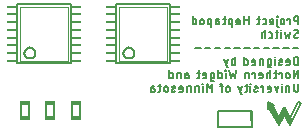
<source format=gbo>
G75*
%MOIN*%
%OFA0B0*%
%FSLAX25Y25*%
%IPPOS*%
%LPD*%
%AMOC8*
5,1,8,0,0,1.08239X$1,22.5*
%
%ADD10C,0.00500*%
%ADD11C,0.00600*%
%ADD12C,0.00200*%
%ADD13R,0.03300X0.00800*%
%ADD14R,0.03400X0.01600*%
%ADD15C,0.00800*%
%ADD16C,0.00098*%
D10*
X0071755Y0032769D02*
X0071755Y0034119D01*
X0071755Y0033819D02*
X0072430Y0033819D01*
X0071755Y0034119D02*
X0071757Y0034161D01*
X0071763Y0034202D01*
X0071772Y0034242D01*
X0071785Y0034282D01*
X0071802Y0034320D01*
X0071822Y0034356D01*
X0071846Y0034390D01*
X0071872Y0034422D01*
X0071902Y0034452D01*
X0071934Y0034478D01*
X0071968Y0034502D01*
X0072004Y0034522D01*
X0072042Y0034539D01*
X0072082Y0034552D01*
X0072122Y0034561D01*
X0072163Y0034567D01*
X0072205Y0034569D01*
X0072805Y0034569D01*
X0074126Y0034569D02*
X0075026Y0034569D01*
X0074726Y0035469D02*
X0074726Y0033219D01*
X0074724Y0033177D01*
X0074718Y0033136D01*
X0074709Y0033096D01*
X0074696Y0033056D01*
X0074679Y0033018D01*
X0074659Y0032982D01*
X0074635Y0032948D01*
X0074609Y0032916D01*
X0074579Y0032886D01*
X0074547Y0032860D01*
X0074513Y0032836D01*
X0074477Y0032816D01*
X0074439Y0032799D01*
X0074399Y0032786D01*
X0074359Y0032777D01*
X0074318Y0032771D01*
X0074276Y0032769D01*
X0074126Y0032769D01*
X0072430Y0032769D02*
X0071755Y0032769D01*
X0072430Y0032769D02*
X0072475Y0032771D01*
X0072519Y0032777D01*
X0072562Y0032786D01*
X0072605Y0032799D01*
X0072646Y0032816D01*
X0072686Y0032836D01*
X0072724Y0032859D01*
X0072760Y0032886D01*
X0072793Y0032915D01*
X0072824Y0032947D01*
X0072852Y0032982D01*
X0072877Y0033019D01*
X0072899Y0033058D01*
X0072917Y0033098D01*
X0072932Y0033140D01*
X0072943Y0033183D01*
X0072951Y0033227D01*
X0072955Y0033272D01*
X0072955Y0033316D01*
X0072951Y0033361D01*
X0072943Y0033405D01*
X0072932Y0033448D01*
X0072917Y0033490D01*
X0072899Y0033530D01*
X0072877Y0033569D01*
X0072852Y0033606D01*
X0072824Y0033641D01*
X0072793Y0033673D01*
X0072760Y0033702D01*
X0072724Y0033729D01*
X0072686Y0033752D01*
X0072646Y0033772D01*
X0072605Y0033789D01*
X0072562Y0033802D01*
X0072519Y0033811D01*
X0072475Y0033817D01*
X0072430Y0033819D01*
X0076053Y0033969D02*
X0076053Y0033369D01*
X0076055Y0033321D01*
X0076061Y0033273D01*
X0076070Y0033225D01*
X0076084Y0033179D01*
X0076101Y0033134D01*
X0076122Y0033090D01*
X0076146Y0033048D01*
X0076173Y0033009D01*
X0076204Y0032971D01*
X0076237Y0032936D01*
X0076274Y0032904D01*
X0076312Y0032875D01*
X0076353Y0032849D01*
X0076396Y0032827D01*
X0076440Y0032808D01*
X0076486Y0032793D01*
X0076533Y0032781D01*
X0076581Y0032773D01*
X0076629Y0032769D01*
X0076677Y0032769D01*
X0076725Y0032773D01*
X0076773Y0032781D01*
X0076820Y0032793D01*
X0076866Y0032808D01*
X0076910Y0032827D01*
X0076953Y0032849D01*
X0076994Y0032875D01*
X0077032Y0032904D01*
X0077069Y0032936D01*
X0077102Y0032971D01*
X0077133Y0033009D01*
X0077160Y0033048D01*
X0077184Y0033090D01*
X0077205Y0033134D01*
X0077222Y0033179D01*
X0077236Y0033225D01*
X0077245Y0033273D01*
X0077251Y0033321D01*
X0077253Y0033369D01*
X0077253Y0033969D01*
X0077251Y0034017D01*
X0077245Y0034065D01*
X0077236Y0034113D01*
X0077222Y0034159D01*
X0077205Y0034204D01*
X0077184Y0034248D01*
X0077160Y0034290D01*
X0077133Y0034329D01*
X0077102Y0034367D01*
X0077069Y0034402D01*
X0077032Y0034434D01*
X0076994Y0034463D01*
X0076953Y0034489D01*
X0076910Y0034511D01*
X0076866Y0034530D01*
X0076820Y0034545D01*
X0076773Y0034557D01*
X0076725Y0034565D01*
X0076677Y0034569D01*
X0076629Y0034569D01*
X0076581Y0034565D01*
X0076533Y0034557D01*
X0076486Y0034545D01*
X0076440Y0034530D01*
X0076396Y0034511D01*
X0076353Y0034489D01*
X0076312Y0034463D01*
X0076274Y0034434D01*
X0076237Y0034402D01*
X0076204Y0034367D01*
X0076173Y0034329D01*
X0076146Y0034290D01*
X0076122Y0034248D01*
X0076101Y0034204D01*
X0076084Y0034159D01*
X0076070Y0034113D01*
X0076061Y0034065D01*
X0076055Y0034017D01*
X0076053Y0033969D01*
X0078774Y0033519D02*
X0079524Y0033819D01*
X0079524Y0033820D02*
X0079559Y0033836D01*
X0079593Y0033855D01*
X0079624Y0033878D01*
X0079653Y0033904D01*
X0079679Y0033932D01*
X0079702Y0033963D01*
X0079722Y0033996D01*
X0079739Y0034030D01*
X0079752Y0034067D01*
X0079761Y0034104D01*
X0079767Y0034142D01*
X0079769Y0034181D01*
X0079767Y0034219D01*
X0079761Y0034257D01*
X0079752Y0034295D01*
X0079739Y0034331D01*
X0079722Y0034366D01*
X0079702Y0034399D01*
X0079679Y0034430D01*
X0079653Y0034458D01*
X0079624Y0034484D01*
X0079593Y0034506D01*
X0079560Y0034526D01*
X0079525Y0034542D01*
X0079489Y0034555D01*
X0079451Y0034563D01*
X0079413Y0034569D01*
X0079374Y0034570D01*
X0079749Y0032919D02*
X0079661Y0032889D01*
X0079571Y0032862D01*
X0079480Y0032839D01*
X0079389Y0032819D01*
X0079297Y0032802D01*
X0079204Y0032789D01*
X0079111Y0032779D01*
X0079018Y0032772D01*
X0078924Y0032769D01*
X0078925Y0032769D02*
X0078886Y0032770D01*
X0078848Y0032776D01*
X0078810Y0032784D01*
X0078774Y0032797D01*
X0078739Y0032813D01*
X0078706Y0032833D01*
X0078675Y0032855D01*
X0078646Y0032881D01*
X0078620Y0032909D01*
X0078597Y0032940D01*
X0078577Y0032973D01*
X0078560Y0033008D01*
X0078547Y0033044D01*
X0078538Y0033082D01*
X0078532Y0033120D01*
X0078530Y0033158D01*
X0078532Y0033197D01*
X0078538Y0033235D01*
X0078547Y0033272D01*
X0078560Y0033309D01*
X0078577Y0033343D01*
X0078597Y0033376D01*
X0078620Y0033407D01*
X0078646Y0033435D01*
X0078675Y0033461D01*
X0078706Y0033484D01*
X0078740Y0033503D01*
X0078775Y0033519D01*
X0078699Y0034420D02*
X0078771Y0034450D01*
X0078843Y0034477D01*
X0078917Y0034500D01*
X0078992Y0034521D01*
X0079067Y0034537D01*
X0079143Y0034551D01*
X0079220Y0034561D01*
X0079297Y0034567D01*
X0079375Y0034570D01*
X0081045Y0033969D02*
X0081045Y0033669D01*
X0082245Y0033669D01*
X0082245Y0033969D02*
X0082245Y0033219D01*
X0082243Y0033177D01*
X0082237Y0033136D01*
X0082228Y0033096D01*
X0082215Y0033056D01*
X0082198Y0033018D01*
X0082178Y0032982D01*
X0082154Y0032948D01*
X0082128Y0032916D01*
X0082098Y0032886D01*
X0082066Y0032860D01*
X0082032Y0032836D01*
X0081996Y0032816D01*
X0081958Y0032799D01*
X0081918Y0032786D01*
X0081878Y0032777D01*
X0081837Y0032771D01*
X0081795Y0032769D01*
X0081045Y0032769D01*
X0081045Y0033969D02*
X0081047Y0034017D01*
X0081053Y0034065D01*
X0081062Y0034113D01*
X0081076Y0034159D01*
X0081093Y0034204D01*
X0081114Y0034248D01*
X0081138Y0034290D01*
X0081165Y0034329D01*
X0081196Y0034367D01*
X0081229Y0034402D01*
X0081266Y0034434D01*
X0081304Y0034463D01*
X0081345Y0034489D01*
X0081388Y0034511D01*
X0081432Y0034530D01*
X0081478Y0034545D01*
X0081525Y0034557D01*
X0081573Y0034565D01*
X0081621Y0034569D01*
X0081669Y0034569D01*
X0081717Y0034565D01*
X0081765Y0034557D01*
X0081812Y0034545D01*
X0081858Y0034530D01*
X0081902Y0034511D01*
X0081945Y0034489D01*
X0081986Y0034463D01*
X0082024Y0034434D01*
X0082061Y0034402D01*
X0082094Y0034367D01*
X0082125Y0034329D01*
X0082152Y0034290D01*
X0082176Y0034248D01*
X0082197Y0034204D01*
X0082214Y0034159D01*
X0082228Y0034113D01*
X0082237Y0034065D01*
X0082243Y0034017D01*
X0082245Y0033969D01*
X0083637Y0034119D02*
X0083637Y0032769D01*
X0084837Y0032769D02*
X0084837Y0034569D01*
X0084087Y0034569D01*
X0084045Y0034567D01*
X0084004Y0034561D01*
X0083964Y0034552D01*
X0083924Y0034539D01*
X0083886Y0034522D01*
X0083850Y0034502D01*
X0083816Y0034478D01*
X0083784Y0034452D01*
X0083754Y0034422D01*
X0083728Y0034390D01*
X0083704Y0034356D01*
X0083684Y0034320D01*
X0083667Y0034282D01*
X0083654Y0034242D01*
X0083645Y0034202D01*
X0083639Y0034161D01*
X0083637Y0034119D01*
X0086325Y0034119D02*
X0086325Y0032769D01*
X0087525Y0032769D02*
X0087525Y0034569D01*
X0086775Y0034569D01*
X0086733Y0034567D01*
X0086692Y0034561D01*
X0086652Y0034552D01*
X0086612Y0034539D01*
X0086574Y0034522D01*
X0086538Y0034502D01*
X0086504Y0034478D01*
X0086472Y0034452D01*
X0086442Y0034422D01*
X0086416Y0034390D01*
X0086392Y0034356D01*
X0086372Y0034320D01*
X0086355Y0034282D01*
X0086342Y0034242D01*
X0086333Y0034202D01*
X0086327Y0034161D01*
X0086325Y0034119D01*
X0088845Y0034569D02*
X0088845Y0032769D01*
X0090249Y0032769D02*
X0090249Y0035469D01*
X0091149Y0033969D01*
X0092049Y0035469D01*
X0092049Y0032769D01*
X0094656Y0034569D02*
X0095556Y0034569D01*
X0095256Y0035019D02*
X0095256Y0032769D01*
X0096693Y0033369D02*
X0096693Y0033969D01*
X0096695Y0034017D01*
X0096701Y0034065D01*
X0096710Y0034113D01*
X0096724Y0034159D01*
X0096741Y0034204D01*
X0096762Y0034248D01*
X0096786Y0034290D01*
X0096813Y0034329D01*
X0096844Y0034367D01*
X0096877Y0034402D01*
X0096914Y0034434D01*
X0096952Y0034463D01*
X0096993Y0034489D01*
X0097036Y0034511D01*
X0097080Y0034530D01*
X0097126Y0034545D01*
X0097173Y0034557D01*
X0097221Y0034565D01*
X0097269Y0034569D01*
X0097317Y0034569D01*
X0097365Y0034565D01*
X0097413Y0034557D01*
X0097460Y0034545D01*
X0097506Y0034530D01*
X0097550Y0034511D01*
X0097593Y0034489D01*
X0097634Y0034463D01*
X0097672Y0034434D01*
X0097709Y0034402D01*
X0097742Y0034367D01*
X0097773Y0034329D01*
X0097800Y0034290D01*
X0097824Y0034248D01*
X0097845Y0034204D01*
X0097862Y0034159D01*
X0097876Y0034113D01*
X0097885Y0034065D01*
X0097891Y0034017D01*
X0097893Y0033969D01*
X0097893Y0033369D01*
X0097891Y0033321D01*
X0097885Y0033273D01*
X0097876Y0033225D01*
X0097862Y0033179D01*
X0097845Y0033134D01*
X0097824Y0033090D01*
X0097800Y0033048D01*
X0097773Y0033009D01*
X0097742Y0032971D01*
X0097709Y0032936D01*
X0097672Y0032904D01*
X0097634Y0032875D01*
X0097593Y0032849D01*
X0097550Y0032827D01*
X0097506Y0032808D01*
X0097460Y0032793D01*
X0097413Y0032781D01*
X0097365Y0032773D01*
X0097317Y0032769D01*
X0097269Y0032769D01*
X0097221Y0032773D01*
X0097173Y0032781D01*
X0097126Y0032793D01*
X0097080Y0032808D01*
X0097036Y0032827D01*
X0096993Y0032849D01*
X0096952Y0032875D01*
X0096914Y0032904D01*
X0096877Y0032936D01*
X0096844Y0032971D01*
X0096813Y0033009D01*
X0096786Y0033048D01*
X0096762Y0033090D01*
X0096741Y0033134D01*
X0096724Y0033179D01*
X0096710Y0033225D01*
X0096701Y0033273D01*
X0096695Y0033321D01*
X0096693Y0033369D01*
X0095256Y0035019D02*
X0095254Y0035061D01*
X0095248Y0035102D01*
X0095239Y0035142D01*
X0095226Y0035182D01*
X0095209Y0035220D01*
X0095189Y0035256D01*
X0095165Y0035290D01*
X0095139Y0035322D01*
X0095109Y0035352D01*
X0095077Y0035378D01*
X0095043Y0035402D01*
X0095007Y0035422D01*
X0094969Y0035439D01*
X0094929Y0035452D01*
X0094889Y0035461D01*
X0094848Y0035467D01*
X0094806Y0035469D01*
X0094656Y0035469D01*
X0094873Y0037249D02*
X0094123Y0037249D01*
X0094123Y0039949D01*
X0094123Y0039049D02*
X0094873Y0039049D01*
X0094915Y0039047D01*
X0094956Y0039041D01*
X0094996Y0039032D01*
X0095036Y0039019D01*
X0095074Y0039002D01*
X0095110Y0038982D01*
X0095144Y0038958D01*
X0095176Y0038932D01*
X0095206Y0038902D01*
X0095232Y0038870D01*
X0095256Y0038836D01*
X0095276Y0038800D01*
X0095293Y0038762D01*
X0095306Y0038722D01*
X0095315Y0038682D01*
X0095321Y0038641D01*
X0095323Y0038599D01*
X0095323Y0037699D01*
X0095321Y0037657D01*
X0095315Y0037616D01*
X0095306Y0037576D01*
X0095293Y0037536D01*
X0095276Y0037498D01*
X0095256Y0037462D01*
X0095232Y0037428D01*
X0095206Y0037396D01*
X0095176Y0037366D01*
X0095144Y0037340D01*
X0095110Y0037316D01*
X0095074Y0037296D01*
X0095036Y0037279D01*
X0094996Y0037266D01*
X0094956Y0037257D01*
X0094915Y0037251D01*
X0094873Y0037249D01*
X0096525Y0037249D02*
X0096525Y0039049D01*
X0096450Y0039799D02*
X0096600Y0039799D01*
X0096600Y0039949D01*
X0096450Y0039949D01*
X0096450Y0039799D01*
X0097725Y0039949D02*
X0098325Y0037249D01*
X0098925Y0039049D01*
X0099525Y0037249D01*
X0100125Y0039949D01*
X0099695Y0041729D02*
X0098945Y0041729D01*
X0098903Y0041731D01*
X0098862Y0041737D01*
X0098822Y0041746D01*
X0098782Y0041759D01*
X0098744Y0041776D01*
X0098708Y0041796D01*
X0098674Y0041820D01*
X0098642Y0041846D01*
X0098612Y0041876D01*
X0098586Y0041908D01*
X0098562Y0041942D01*
X0098542Y0041978D01*
X0098525Y0042016D01*
X0098512Y0042056D01*
X0098503Y0042096D01*
X0098497Y0042137D01*
X0098495Y0042179D01*
X0098495Y0043079D01*
X0098497Y0043121D01*
X0098503Y0043162D01*
X0098512Y0043202D01*
X0098525Y0043242D01*
X0098542Y0043280D01*
X0098562Y0043316D01*
X0098586Y0043350D01*
X0098612Y0043382D01*
X0098642Y0043412D01*
X0098674Y0043438D01*
X0098708Y0043462D01*
X0098744Y0043482D01*
X0098782Y0043499D01*
X0098822Y0043512D01*
X0098862Y0043521D01*
X0098903Y0043527D01*
X0098945Y0043529D01*
X0099695Y0043529D01*
X0099695Y0044429D02*
X0099695Y0041729D01*
X0097317Y0040829D02*
X0097017Y0040829D01*
X0096117Y0043529D01*
X0097317Y0043529D02*
X0096717Y0041729D01*
X0092281Y0039049D02*
X0091531Y0039049D01*
X0091531Y0036799D01*
X0091533Y0036757D01*
X0091539Y0036716D01*
X0091548Y0036676D01*
X0091561Y0036636D01*
X0091578Y0036598D01*
X0091598Y0036562D01*
X0091622Y0036528D01*
X0091648Y0036496D01*
X0091678Y0036466D01*
X0091710Y0036440D01*
X0091744Y0036416D01*
X0091780Y0036396D01*
X0091818Y0036379D01*
X0091858Y0036366D01*
X0091898Y0036357D01*
X0091939Y0036351D01*
X0091981Y0036349D01*
X0092581Y0036349D01*
X0092281Y0037249D02*
X0091531Y0037249D01*
X0092281Y0037249D02*
X0092323Y0037251D01*
X0092364Y0037257D01*
X0092404Y0037266D01*
X0092444Y0037279D01*
X0092482Y0037296D01*
X0092518Y0037316D01*
X0092552Y0037340D01*
X0092584Y0037366D01*
X0092614Y0037396D01*
X0092640Y0037428D01*
X0092664Y0037462D01*
X0092684Y0037498D01*
X0092701Y0037536D01*
X0092714Y0037576D01*
X0092723Y0037616D01*
X0092729Y0037657D01*
X0092731Y0037699D01*
X0092731Y0038599D01*
X0092729Y0038641D01*
X0092723Y0038682D01*
X0092714Y0038722D01*
X0092701Y0038762D01*
X0092684Y0038800D01*
X0092664Y0038836D01*
X0092640Y0038870D01*
X0092614Y0038902D01*
X0092584Y0038932D01*
X0092552Y0038958D01*
X0092518Y0038982D01*
X0092482Y0039002D01*
X0092444Y0039019D01*
X0092404Y0039032D01*
X0092364Y0039041D01*
X0092323Y0039047D01*
X0092281Y0039049D01*
X0090117Y0038449D02*
X0090117Y0037699D01*
X0090115Y0037657D01*
X0090109Y0037616D01*
X0090100Y0037576D01*
X0090087Y0037536D01*
X0090070Y0037498D01*
X0090050Y0037462D01*
X0090026Y0037428D01*
X0090000Y0037396D01*
X0089970Y0037366D01*
X0089938Y0037340D01*
X0089904Y0037316D01*
X0089868Y0037296D01*
X0089830Y0037279D01*
X0089790Y0037266D01*
X0089750Y0037257D01*
X0089709Y0037251D01*
X0089667Y0037249D01*
X0088917Y0037249D01*
X0088917Y0038149D02*
X0090117Y0038149D01*
X0090117Y0038449D02*
X0090115Y0038497D01*
X0090109Y0038545D01*
X0090100Y0038593D01*
X0090086Y0038639D01*
X0090069Y0038684D01*
X0090048Y0038728D01*
X0090024Y0038770D01*
X0089997Y0038809D01*
X0089966Y0038847D01*
X0089933Y0038882D01*
X0089896Y0038914D01*
X0089858Y0038943D01*
X0089817Y0038969D01*
X0089774Y0038991D01*
X0089730Y0039010D01*
X0089684Y0039025D01*
X0089637Y0039037D01*
X0089589Y0039045D01*
X0089541Y0039049D01*
X0089493Y0039049D01*
X0089445Y0039045D01*
X0089397Y0039037D01*
X0089350Y0039025D01*
X0089304Y0039010D01*
X0089260Y0038991D01*
X0089217Y0038969D01*
X0089176Y0038943D01*
X0089138Y0038914D01*
X0089101Y0038882D01*
X0089068Y0038847D01*
X0089037Y0038809D01*
X0089010Y0038770D01*
X0088986Y0038728D01*
X0088965Y0038684D01*
X0088948Y0038639D01*
X0088934Y0038593D01*
X0088925Y0038545D01*
X0088919Y0038497D01*
X0088917Y0038449D01*
X0088917Y0038149D01*
X0087590Y0037699D02*
X0087590Y0039949D01*
X0087890Y0039049D02*
X0086990Y0039049D01*
X0087590Y0037699D02*
X0087588Y0037657D01*
X0087582Y0037616D01*
X0087573Y0037576D01*
X0087560Y0037536D01*
X0087543Y0037498D01*
X0087523Y0037462D01*
X0087499Y0037428D01*
X0087473Y0037396D01*
X0087443Y0037366D01*
X0087411Y0037340D01*
X0087377Y0037316D01*
X0087341Y0037296D01*
X0087303Y0037279D01*
X0087263Y0037266D01*
X0087223Y0037257D01*
X0087182Y0037251D01*
X0087140Y0037249D01*
X0086990Y0037249D01*
X0088770Y0035469D02*
X0088770Y0035319D01*
X0088920Y0035319D01*
X0088920Y0035469D01*
X0088770Y0035469D01*
X0083758Y0037249D02*
X0083083Y0037249D01*
X0083083Y0038599D01*
X0083083Y0038299D02*
X0083758Y0038299D01*
X0083083Y0038599D02*
X0083085Y0038641D01*
X0083091Y0038682D01*
X0083100Y0038722D01*
X0083113Y0038762D01*
X0083130Y0038800D01*
X0083150Y0038836D01*
X0083174Y0038870D01*
X0083200Y0038902D01*
X0083230Y0038932D01*
X0083262Y0038958D01*
X0083296Y0038982D01*
X0083332Y0039002D01*
X0083370Y0039019D01*
X0083410Y0039032D01*
X0083450Y0039041D01*
X0083491Y0039047D01*
X0083533Y0039049D01*
X0084133Y0039049D01*
X0081573Y0039049D02*
X0080823Y0039049D01*
X0080781Y0039047D01*
X0080740Y0039041D01*
X0080700Y0039032D01*
X0080660Y0039019D01*
X0080622Y0039002D01*
X0080586Y0038982D01*
X0080552Y0038958D01*
X0080520Y0038932D01*
X0080490Y0038902D01*
X0080464Y0038870D01*
X0080440Y0038836D01*
X0080420Y0038800D01*
X0080403Y0038762D01*
X0080390Y0038722D01*
X0080381Y0038682D01*
X0080375Y0038641D01*
X0080373Y0038599D01*
X0080373Y0037249D01*
X0081573Y0037249D02*
X0081573Y0039049D01*
X0083758Y0038299D02*
X0083803Y0038297D01*
X0083847Y0038291D01*
X0083890Y0038282D01*
X0083933Y0038269D01*
X0083974Y0038252D01*
X0084014Y0038232D01*
X0084052Y0038209D01*
X0084088Y0038182D01*
X0084121Y0038153D01*
X0084152Y0038121D01*
X0084180Y0038086D01*
X0084205Y0038049D01*
X0084227Y0038010D01*
X0084245Y0037970D01*
X0084260Y0037928D01*
X0084271Y0037885D01*
X0084279Y0037841D01*
X0084283Y0037796D01*
X0084283Y0037752D01*
X0084279Y0037707D01*
X0084271Y0037663D01*
X0084260Y0037620D01*
X0084245Y0037578D01*
X0084227Y0037538D01*
X0084205Y0037499D01*
X0084180Y0037462D01*
X0084152Y0037427D01*
X0084121Y0037395D01*
X0084088Y0037366D01*
X0084052Y0037339D01*
X0084014Y0037316D01*
X0083974Y0037296D01*
X0083933Y0037279D01*
X0083890Y0037266D01*
X0083847Y0037257D01*
X0083803Y0037251D01*
X0083758Y0037249D01*
X0079003Y0037699D02*
X0079003Y0038599D01*
X0079001Y0038641D01*
X0078995Y0038682D01*
X0078986Y0038722D01*
X0078973Y0038762D01*
X0078956Y0038800D01*
X0078936Y0038836D01*
X0078912Y0038870D01*
X0078886Y0038902D01*
X0078856Y0038932D01*
X0078824Y0038958D01*
X0078790Y0038982D01*
X0078754Y0039002D01*
X0078716Y0039019D01*
X0078676Y0039032D01*
X0078636Y0039041D01*
X0078595Y0039047D01*
X0078553Y0039049D01*
X0077803Y0039049D01*
X0077803Y0039949D02*
X0077803Y0037249D01*
X0078553Y0037249D01*
X0078595Y0037251D01*
X0078636Y0037257D01*
X0078676Y0037266D01*
X0078716Y0037279D01*
X0078754Y0037296D01*
X0078790Y0037316D01*
X0078824Y0037340D01*
X0078856Y0037366D01*
X0078886Y0037396D01*
X0078912Y0037428D01*
X0078936Y0037462D01*
X0078956Y0037498D01*
X0078973Y0037536D01*
X0078986Y0037576D01*
X0078995Y0037616D01*
X0079001Y0037657D01*
X0079003Y0037699D01*
X0086355Y0047259D02*
X0088155Y0047259D01*
X0089619Y0047259D02*
X0091419Y0047259D01*
X0092883Y0047259D02*
X0094683Y0047259D01*
X0096147Y0047259D02*
X0097947Y0047259D01*
X0099411Y0047259D02*
X0101211Y0047259D01*
X0102675Y0047259D02*
X0104475Y0047259D01*
X0105939Y0047259D02*
X0107739Y0047259D01*
X0109203Y0047259D02*
X0111003Y0047259D01*
X0112467Y0047259D02*
X0114267Y0047259D01*
X0115731Y0047259D02*
X0117531Y0047259D01*
X0118995Y0047259D02*
X0120795Y0047259D01*
X0120795Y0044429D02*
X0120045Y0044429D01*
X0119991Y0044427D01*
X0119938Y0044421D01*
X0119886Y0044412D01*
X0119834Y0044399D01*
X0119783Y0044382D01*
X0119733Y0044361D01*
X0119686Y0044337D01*
X0119640Y0044310D01*
X0119596Y0044279D01*
X0119554Y0044246D01*
X0119515Y0044209D01*
X0119478Y0044170D01*
X0119445Y0044128D01*
X0119414Y0044084D01*
X0119387Y0044038D01*
X0119363Y0043991D01*
X0119342Y0043941D01*
X0119325Y0043890D01*
X0119312Y0043838D01*
X0119303Y0043786D01*
X0119297Y0043733D01*
X0119295Y0043679D01*
X0119295Y0042479D01*
X0119297Y0042425D01*
X0119303Y0042372D01*
X0119312Y0042320D01*
X0119325Y0042268D01*
X0119342Y0042217D01*
X0119363Y0042167D01*
X0119387Y0042120D01*
X0119414Y0042074D01*
X0119445Y0042030D01*
X0119478Y0041988D01*
X0119515Y0041949D01*
X0119554Y0041912D01*
X0119596Y0041879D01*
X0119640Y0041848D01*
X0119686Y0041821D01*
X0119733Y0041797D01*
X0119783Y0041776D01*
X0119834Y0041759D01*
X0119886Y0041746D01*
X0119938Y0041737D01*
X0119991Y0041731D01*
X0120045Y0041729D01*
X0120795Y0041729D01*
X0120795Y0044429D01*
X0117861Y0042929D02*
X0117861Y0042179D01*
X0117859Y0042137D01*
X0117853Y0042096D01*
X0117844Y0042056D01*
X0117831Y0042016D01*
X0117814Y0041978D01*
X0117794Y0041942D01*
X0117770Y0041908D01*
X0117744Y0041876D01*
X0117714Y0041846D01*
X0117682Y0041820D01*
X0117648Y0041796D01*
X0117612Y0041776D01*
X0117574Y0041759D01*
X0117534Y0041746D01*
X0117494Y0041737D01*
X0117453Y0041731D01*
X0117411Y0041729D01*
X0116661Y0041729D01*
X0116661Y0042629D02*
X0117861Y0042629D01*
X0117861Y0042929D02*
X0117859Y0042977D01*
X0117853Y0043025D01*
X0117844Y0043073D01*
X0117830Y0043119D01*
X0117813Y0043164D01*
X0117792Y0043208D01*
X0117768Y0043250D01*
X0117741Y0043289D01*
X0117710Y0043327D01*
X0117677Y0043362D01*
X0117640Y0043394D01*
X0117602Y0043423D01*
X0117561Y0043449D01*
X0117518Y0043471D01*
X0117474Y0043490D01*
X0117428Y0043505D01*
X0117381Y0043517D01*
X0117333Y0043525D01*
X0117285Y0043529D01*
X0117237Y0043529D01*
X0117189Y0043525D01*
X0117141Y0043517D01*
X0117094Y0043505D01*
X0117048Y0043490D01*
X0117004Y0043471D01*
X0116961Y0043449D01*
X0116920Y0043423D01*
X0116882Y0043394D01*
X0116845Y0043362D01*
X0116812Y0043327D01*
X0116781Y0043289D01*
X0116754Y0043250D01*
X0116730Y0043208D01*
X0116709Y0043164D01*
X0116692Y0043119D01*
X0116678Y0043073D01*
X0116669Y0043025D01*
X0116663Y0042977D01*
X0116661Y0042929D01*
X0116661Y0042629D01*
X0115140Y0042779D02*
X0114390Y0042479D01*
X0114391Y0042479D02*
X0114356Y0042463D01*
X0114322Y0042444D01*
X0114291Y0042421D01*
X0114262Y0042395D01*
X0114236Y0042367D01*
X0114213Y0042336D01*
X0114193Y0042303D01*
X0114176Y0042269D01*
X0114163Y0042232D01*
X0114154Y0042195D01*
X0114148Y0042157D01*
X0114146Y0042118D01*
X0114148Y0042080D01*
X0114154Y0042042D01*
X0114163Y0042004D01*
X0114176Y0041968D01*
X0114193Y0041933D01*
X0114213Y0041900D01*
X0114236Y0041869D01*
X0114262Y0041841D01*
X0114291Y0041815D01*
X0114322Y0041793D01*
X0114355Y0041773D01*
X0114390Y0041757D01*
X0114426Y0041744D01*
X0114464Y0041736D01*
X0114502Y0041730D01*
X0114541Y0041729D01*
X0114315Y0043380D02*
X0114387Y0043410D01*
X0114459Y0043437D01*
X0114533Y0043460D01*
X0114608Y0043481D01*
X0114683Y0043497D01*
X0114759Y0043511D01*
X0114836Y0043521D01*
X0114913Y0043527D01*
X0114991Y0043530D01*
X0114990Y0043530D02*
X0115029Y0043529D01*
X0115067Y0043523D01*
X0115105Y0043515D01*
X0115141Y0043502D01*
X0115176Y0043486D01*
X0115209Y0043466D01*
X0115240Y0043444D01*
X0115269Y0043418D01*
X0115295Y0043390D01*
X0115318Y0043359D01*
X0115338Y0043326D01*
X0115355Y0043291D01*
X0115368Y0043255D01*
X0115377Y0043217D01*
X0115383Y0043179D01*
X0115385Y0043141D01*
X0115383Y0043102D01*
X0115377Y0043064D01*
X0115368Y0043027D01*
X0115355Y0042990D01*
X0115338Y0042956D01*
X0115318Y0042923D01*
X0115295Y0042892D01*
X0115269Y0042864D01*
X0115240Y0042838D01*
X0115209Y0042815D01*
X0115175Y0042796D01*
X0115140Y0042780D01*
X0112941Y0043529D02*
X0112941Y0041729D01*
X0111739Y0042179D02*
X0111739Y0043079D01*
X0111737Y0043121D01*
X0111731Y0043162D01*
X0111722Y0043202D01*
X0111709Y0043242D01*
X0111692Y0043280D01*
X0111672Y0043316D01*
X0111648Y0043350D01*
X0111622Y0043382D01*
X0111592Y0043412D01*
X0111560Y0043438D01*
X0111526Y0043462D01*
X0111490Y0043482D01*
X0111452Y0043499D01*
X0111412Y0043512D01*
X0111372Y0043521D01*
X0111331Y0043527D01*
X0111289Y0043529D01*
X0110539Y0043529D01*
X0110539Y0041279D01*
X0110541Y0041237D01*
X0110547Y0041196D01*
X0110556Y0041156D01*
X0110569Y0041116D01*
X0110586Y0041078D01*
X0110606Y0041042D01*
X0110630Y0041008D01*
X0110656Y0040976D01*
X0110686Y0040946D01*
X0110718Y0040920D01*
X0110752Y0040896D01*
X0110788Y0040876D01*
X0110826Y0040859D01*
X0110866Y0040846D01*
X0110906Y0040837D01*
X0110947Y0040831D01*
X0110989Y0040829D01*
X0111589Y0040829D01*
X0111429Y0039949D02*
X0111429Y0037249D01*
X0110229Y0037249D02*
X0110229Y0038599D01*
X0110231Y0038641D01*
X0110237Y0038682D01*
X0110246Y0038722D01*
X0110259Y0038762D01*
X0110276Y0038800D01*
X0110296Y0038836D01*
X0110320Y0038870D01*
X0110346Y0038902D01*
X0110376Y0038932D01*
X0110408Y0038958D01*
X0110442Y0038982D01*
X0110478Y0039002D01*
X0110516Y0039019D01*
X0110556Y0039032D01*
X0110596Y0039041D01*
X0110637Y0039047D01*
X0110679Y0039049D01*
X0111429Y0039049D01*
X0112718Y0039049D02*
X0113618Y0039049D01*
X0114345Y0039049D02*
X0114345Y0038749D01*
X0114345Y0039049D02*
X0115245Y0039049D01*
X0115245Y0037249D01*
X0116661Y0037849D02*
X0116661Y0038449D01*
X0116663Y0038497D01*
X0116669Y0038545D01*
X0116678Y0038593D01*
X0116692Y0038639D01*
X0116709Y0038684D01*
X0116730Y0038728D01*
X0116754Y0038770D01*
X0116781Y0038809D01*
X0116812Y0038847D01*
X0116845Y0038882D01*
X0116882Y0038914D01*
X0116920Y0038943D01*
X0116961Y0038969D01*
X0117004Y0038991D01*
X0117048Y0039010D01*
X0117094Y0039025D01*
X0117141Y0039037D01*
X0117189Y0039045D01*
X0117237Y0039049D01*
X0117285Y0039049D01*
X0117333Y0039045D01*
X0117381Y0039037D01*
X0117428Y0039025D01*
X0117474Y0039010D01*
X0117518Y0038991D01*
X0117561Y0038969D01*
X0117602Y0038943D01*
X0117640Y0038914D01*
X0117677Y0038882D01*
X0117710Y0038847D01*
X0117741Y0038809D01*
X0117768Y0038770D01*
X0117792Y0038728D01*
X0117813Y0038684D01*
X0117830Y0038639D01*
X0117844Y0038593D01*
X0117853Y0038545D01*
X0117859Y0038497D01*
X0117861Y0038449D01*
X0117861Y0037849D01*
X0117859Y0037801D01*
X0117853Y0037753D01*
X0117844Y0037705D01*
X0117830Y0037659D01*
X0117813Y0037614D01*
X0117792Y0037570D01*
X0117768Y0037528D01*
X0117741Y0037489D01*
X0117710Y0037451D01*
X0117677Y0037416D01*
X0117640Y0037384D01*
X0117602Y0037355D01*
X0117561Y0037329D01*
X0117518Y0037307D01*
X0117474Y0037288D01*
X0117428Y0037273D01*
X0117381Y0037261D01*
X0117333Y0037253D01*
X0117285Y0037249D01*
X0117237Y0037249D01*
X0117189Y0037253D01*
X0117141Y0037261D01*
X0117094Y0037273D01*
X0117048Y0037288D01*
X0117004Y0037307D01*
X0116961Y0037329D01*
X0116920Y0037355D01*
X0116882Y0037384D01*
X0116845Y0037416D01*
X0116812Y0037451D01*
X0116781Y0037489D01*
X0116754Y0037528D01*
X0116730Y0037570D01*
X0116709Y0037614D01*
X0116692Y0037659D01*
X0116678Y0037705D01*
X0116669Y0037753D01*
X0116663Y0037801D01*
X0116661Y0037849D01*
X0119295Y0037249D02*
X0119295Y0039949D01*
X0120795Y0039949D02*
X0119295Y0037249D01*
X0120795Y0037249D02*
X0120795Y0039949D01*
X0113318Y0039949D02*
X0113318Y0037699D01*
X0113316Y0037657D01*
X0113310Y0037616D01*
X0113301Y0037576D01*
X0113288Y0037536D01*
X0113271Y0037498D01*
X0113251Y0037462D01*
X0113227Y0037428D01*
X0113201Y0037396D01*
X0113171Y0037366D01*
X0113139Y0037340D01*
X0113105Y0037316D01*
X0113069Y0037296D01*
X0113031Y0037279D01*
X0112991Y0037266D01*
X0112951Y0037257D01*
X0112910Y0037251D01*
X0112868Y0037249D01*
X0112718Y0037249D01*
X0115170Y0035469D02*
X0115170Y0035319D01*
X0115320Y0035319D01*
X0115320Y0035469D01*
X0115170Y0035469D01*
X0115245Y0034569D02*
X0115245Y0032769D01*
X0116565Y0032769D02*
X0116565Y0034119D01*
X0116567Y0034161D01*
X0116573Y0034202D01*
X0116582Y0034242D01*
X0116595Y0034282D01*
X0116612Y0034320D01*
X0116632Y0034356D01*
X0116656Y0034390D01*
X0116682Y0034422D01*
X0116712Y0034452D01*
X0116744Y0034478D01*
X0116778Y0034502D01*
X0116814Y0034522D01*
X0116852Y0034539D01*
X0116892Y0034552D01*
X0116932Y0034561D01*
X0116973Y0034567D01*
X0117015Y0034569D01*
X0117765Y0034569D01*
X0117765Y0032769D01*
X0119295Y0033519D02*
X0119295Y0035469D01*
X0120795Y0035469D02*
X0120795Y0033519D01*
X0120793Y0033465D01*
X0120787Y0033412D01*
X0120778Y0033360D01*
X0120765Y0033308D01*
X0120748Y0033257D01*
X0120727Y0033207D01*
X0120703Y0033160D01*
X0120676Y0033114D01*
X0120645Y0033070D01*
X0120612Y0033028D01*
X0120575Y0032989D01*
X0120536Y0032952D01*
X0120494Y0032919D01*
X0120450Y0032888D01*
X0120404Y0032861D01*
X0120357Y0032837D01*
X0120307Y0032816D01*
X0120256Y0032799D01*
X0120204Y0032786D01*
X0120152Y0032777D01*
X0120099Y0032771D01*
X0120045Y0032769D01*
X0119991Y0032771D01*
X0119938Y0032777D01*
X0119886Y0032786D01*
X0119834Y0032799D01*
X0119783Y0032816D01*
X0119733Y0032837D01*
X0119686Y0032861D01*
X0119640Y0032888D01*
X0119596Y0032919D01*
X0119554Y0032952D01*
X0119515Y0032989D01*
X0119478Y0033028D01*
X0119445Y0033070D01*
X0119414Y0033114D01*
X0119387Y0033160D01*
X0119363Y0033207D01*
X0119342Y0033257D01*
X0119325Y0033308D01*
X0119312Y0033360D01*
X0119303Y0033412D01*
X0119297Y0033465D01*
X0119295Y0033519D01*
X0114117Y0034569D02*
X0113517Y0032769D01*
X0112917Y0034569D01*
X0111717Y0033969D02*
X0111717Y0033219D01*
X0111715Y0033177D01*
X0111709Y0033136D01*
X0111700Y0033096D01*
X0111687Y0033056D01*
X0111670Y0033018D01*
X0111650Y0032982D01*
X0111626Y0032948D01*
X0111600Y0032916D01*
X0111570Y0032886D01*
X0111538Y0032860D01*
X0111504Y0032836D01*
X0111468Y0032816D01*
X0111430Y0032799D01*
X0111390Y0032786D01*
X0111350Y0032777D01*
X0111309Y0032771D01*
X0111267Y0032769D01*
X0110517Y0032769D01*
X0110517Y0033669D02*
X0111717Y0033669D01*
X0111717Y0033969D02*
X0111715Y0034017D01*
X0111709Y0034065D01*
X0111700Y0034113D01*
X0111686Y0034159D01*
X0111669Y0034204D01*
X0111648Y0034248D01*
X0111624Y0034290D01*
X0111597Y0034329D01*
X0111566Y0034367D01*
X0111533Y0034402D01*
X0111496Y0034434D01*
X0111458Y0034463D01*
X0111417Y0034489D01*
X0111374Y0034511D01*
X0111330Y0034530D01*
X0111284Y0034545D01*
X0111237Y0034557D01*
X0111189Y0034565D01*
X0111141Y0034569D01*
X0111093Y0034569D01*
X0111045Y0034565D01*
X0110997Y0034557D01*
X0110950Y0034545D01*
X0110904Y0034530D01*
X0110860Y0034511D01*
X0110817Y0034489D01*
X0110776Y0034463D01*
X0110738Y0034434D01*
X0110701Y0034402D01*
X0110668Y0034367D01*
X0110637Y0034329D01*
X0110610Y0034290D01*
X0110586Y0034248D01*
X0110565Y0034204D01*
X0110548Y0034159D01*
X0110534Y0034113D01*
X0110525Y0034065D01*
X0110519Y0034017D01*
X0110517Y0033969D01*
X0110517Y0033669D01*
X0109101Y0032769D02*
X0109101Y0034569D01*
X0108201Y0034569D01*
X0108201Y0034269D01*
X0106980Y0033819D02*
X0106230Y0033519D01*
X0106231Y0033519D02*
X0106196Y0033503D01*
X0106162Y0033484D01*
X0106131Y0033461D01*
X0106102Y0033435D01*
X0106076Y0033407D01*
X0106053Y0033376D01*
X0106033Y0033343D01*
X0106016Y0033309D01*
X0106003Y0033272D01*
X0105994Y0033235D01*
X0105988Y0033197D01*
X0105986Y0033158D01*
X0105988Y0033120D01*
X0105994Y0033082D01*
X0106003Y0033044D01*
X0106016Y0033008D01*
X0106033Y0032973D01*
X0106053Y0032940D01*
X0106076Y0032909D01*
X0106102Y0032881D01*
X0106131Y0032855D01*
X0106162Y0032833D01*
X0106195Y0032813D01*
X0106230Y0032797D01*
X0106266Y0032784D01*
X0106304Y0032776D01*
X0106342Y0032770D01*
X0106381Y0032769D01*
X0106155Y0034420D02*
X0106227Y0034450D01*
X0106299Y0034477D01*
X0106373Y0034500D01*
X0106448Y0034521D01*
X0106523Y0034537D01*
X0106599Y0034551D01*
X0106676Y0034561D01*
X0106753Y0034567D01*
X0106831Y0034570D01*
X0106830Y0034570D02*
X0106869Y0034569D01*
X0106907Y0034563D01*
X0106945Y0034555D01*
X0106981Y0034542D01*
X0107016Y0034526D01*
X0107049Y0034506D01*
X0107080Y0034484D01*
X0107109Y0034458D01*
X0107135Y0034430D01*
X0107158Y0034399D01*
X0107178Y0034366D01*
X0107195Y0034331D01*
X0107208Y0034295D01*
X0107217Y0034257D01*
X0107223Y0034219D01*
X0107225Y0034181D01*
X0107223Y0034142D01*
X0107217Y0034104D01*
X0107208Y0034067D01*
X0107195Y0034030D01*
X0107178Y0033996D01*
X0107158Y0033963D01*
X0107135Y0033932D01*
X0107109Y0033904D01*
X0107080Y0033878D01*
X0107049Y0033855D01*
X0107015Y0033836D01*
X0106980Y0033820D01*
X0107205Y0032919D02*
X0107117Y0032889D01*
X0107027Y0032862D01*
X0106936Y0032839D01*
X0106845Y0032819D01*
X0106753Y0032802D01*
X0106660Y0032789D01*
X0106567Y0032779D01*
X0106474Y0032772D01*
X0106380Y0032769D01*
X0104781Y0032769D02*
X0104781Y0034569D01*
X0104706Y0035319D02*
X0104856Y0035319D01*
X0104856Y0035469D01*
X0104706Y0035469D01*
X0104706Y0035319D01*
X0103826Y0034569D02*
X0102926Y0034569D01*
X0103526Y0035469D02*
X0103526Y0033219D01*
X0103524Y0033177D01*
X0103518Y0033136D01*
X0103509Y0033096D01*
X0103496Y0033056D01*
X0103479Y0033018D01*
X0103459Y0032982D01*
X0103435Y0032948D01*
X0103409Y0032916D01*
X0103379Y0032886D01*
X0103347Y0032860D01*
X0103313Y0032836D01*
X0103277Y0032816D01*
X0103239Y0032799D01*
X0103199Y0032786D01*
X0103159Y0032777D01*
X0103118Y0032771D01*
X0103076Y0032769D01*
X0102926Y0032769D01*
X0101829Y0031869D02*
X0101529Y0031869D01*
X0100629Y0034569D01*
X0101829Y0034569D02*
X0101229Y0032769D01*
X0103029Y0037249D02*
X0103029Y0038599D01*
X0103031Y0038641D01*
X0103037Y0038682D01*
X0103046Y0038722D01*
X0103059Y0038762D01*
X0103076Y0038800D01*
X0103096Y0038836D01*
X0103120Y0038870D01*
X0103146Y0038902D01*
X0103176Y0038932D01*
X0103208Y0038958D01*
X0103242Y0038982D01*
X0103278Y0039002D01*
X0103316Y0039019D01*
X0103356Y0039032D01*
X0103396Y0039041D01*
X0103437Y0039047D01*
X0103479Y0039049D01*
X0104229Y0039049D01*
X0104229Y0037249D01*
X0106221Y0037249D02*
X0106221Y0039049D01*
X0105321Y0039049D01*
X0105321Y0038749D01*
X0107637Y0038449D02*
X0107637Y0038149D01*
X0108837Y0038149D01*
X0108837Y0038449D02*
X0108837Y0037699D01*
X0108835Y0037657D01*
X0108829Y0037616D01*
X0108820Y0037576D01*
X0108807Y0037536D01*
X0108790Y0037498D01*
X0108770Y0037462D01*
X0108746Y0037428D01*
X0108720Y0037396D01*
X0108690Y0037366D01*
X0108658Y0037340D01*
X0108624Y0037316D01*
X0108588Y0037296D01*
X0108550Y0037279D01*
X0108510Y0037266D01*
X0108470Y0037257D01*
X0108429Y0037251D01*
X0108387Y0037249D01*
X0107637Y0037249D01*
X0107637Y0038449D02*
X0107639Y0038497D01*
X0107645Y0038545D01*
X0107654Y0038593D01*
X0107668Y0038639D01*
X0107685Y0038684D01*
X0107706Y0038728D01*
X0107730Y0038770D01*
X0107757Y0038809D01*
X0107788Y0038847D01*
X0107821Y0038882D01*
X0107858Y0038914D01*
X0107896Y0038943D01*
X0107937Y0038969D01*
X0107980Y0038991D01*
X0108024Y0039010D01*
X0108070Y0039025D01*
X0108117Y0039037D01*
X0108165Y0039045D01*
X0108213Y0039049D01*
X0108261Y0039049D01*
X0108309Y0039045D01*
X0108357Y0039037D01*
X0108404Y0039025D01*
X0108450Y0039010D01*
X0108494Y0038991D01*
X0108537Y0038969D01*
X0108578Y0038943D01*
X0108616Y0038914D01*
X0108653Y0038882D01*
X0108686Y0038847D01*
X0108717Y0038809D01*
X0108744Y0038770D01*
X0108768Y0038728D01*
X0108789Y0038684D01*
X0108806Y0038639D01*
X0108820Y0038593D01*
X0108829Y0038545D01*
X0108835Y0038497D01*
X0108837Y0038449D01*
X0109029Y0041729D02*
X0109029Y0043529D01*
X0108279Y0043529D01*
X0108237Y0043527D01*
X0108196Y0043521D01*
X0108156Y0043512D01*
X0108116Y0043499D01*
X0108078Y0043482D01*
X0108042Y0043462D01*
X0108008Y0043438D01*
X0107976Y0043412D01*
X0107946Y0043382D01*
X0107920Y0043350D01*
X0107896Y0043316D01*
X0107876Y0043280D01*
X0107859Y0043242D01*
X0107846Y0043202D01*
X0107837Y0043162D01*
X0107831Y0043121D01*
X0107829Y0043079D01*
X0107829Y0041729D01*
X0106437Y0042179D02*
X0106437Y0042929D01*
X0106437Y0042629D02*
X0105237Y0042629D01*
X0105237Y0042929D01*
X0105239Y0042977D01*
X0105245Y0043025D01*
X0105254Y0043073D01*
X0105268Y0043119D01*
X0105285Y0043164D01*
X0105306Y0043208D01*
X0105330Y0043250D01*
X0105357Y0043289D01*
X0105388Y0043327D01*
X0105421Y0043362D01*
X0105458Y0043394D01*
X0105496Y0043423D01*
X0105537Y0043449D01*
X0105580Y0043471D01*
X0105624Y0043490D01*
X0105670Y0043505D01*
X0105717Y0043517D01*
X0105765Y0043525D01*
X0105813Y0043529D01*
X0105861Y0043529D01*
X0105909Y0043525D01*
X0105957Y0043517D01*
X0106004Y0043505D01*
X0106050Y0043490D01*
X0106094Y0043471D01*
X0106137Y0043449D01*
X0106178Y0043423D01*
X0106216Y0043394D01*
X0106253Y0043362D01*
X0106286Y0043327D01*
X0106317Y0043289D01*
X0106344Y0043250D01*
X0106368Y0043208D01*
X0106389Y0043164D01*
X0106406Y0043119D01*
X0106420Y0043073D01*
X0106429Y0043025D01*
X0106435Y0042977D01*
X0106437Y0042929D01*
X0106437Y0042179D02*
X0106435Y0042137D01*
X0106429Y0042096D01*
X0106420Y0042056D01*
X0106407Y0042016D01*
X0106390Y0041978D01*
X0106370Y0041942D01*
X0106346Y0041908D01*
X0106320Y0041876D01*
X0106290Y0041846D01*
X0106258Y0041820D01*
X0106224Y0041796D01*
X0106188Y0041776D01*
X0106150Y0041759D01*
X0106110Y0041746D01*
X0106070Y0041737D01*
X0106029Y0041731D01*
X0105987Y0041729D01*
X0105237Y0041729D01*
X0103963Y0042179D02*
X0103963Y0043079D01*
X0103961Y0043121D01*
X0103955Y0043162D01*
X0103946Y0043202D01*
X0103933Y0043242D01*
X0103916Y0043280D01*
X0103896Y0043316D01*
X0103872Y0043350D01*
X0103846Y0043382D01*
X0103816Y0043412D01*
X0103784Y0043438D01*
X0103750Y0043462D01*
X0103714Y0043482D01*
X0103676Y0043499D01*
X0103636Y0043512D01*
X0103596Y0043521D01*
X0103555Y0043527D01*
X0103513Y0043529D01*
X0102763Y0043529D01*
X0102763Y0044429D02*
X0102763Y0041729D01*
X0103513Y0041729D01*
X0103555Y0041731D01*
X0103596Y0041737D01*
X0103636Y0041746D01*
X0103676Y0041759D01*
X0103714Y0041776D01*
X0103750Y0041796D01*
X0103784Y0041820D01*
X0103816Y0041846D01*
X0103846Y0041876D01*
X0103872Y0041908D01*
X0103896Y0041942D01*
X0103916Y0041978D01*
X0103933Y0042016D01*
X0103946Y0042056D01*
X0103955Y0042096D01*
X0103961Y0042137D01*
X0103963Y0042179D01*
X0110539Y0041729D02*
X0111289Y0041729D01*
X0111331Y0041731D01*
X0111372Y0041737D01*
X0111412Y0041746D01*
X0111452Y0041759D01*
X0111490Y0041776D01*
X0111526Y0041796D01*
X0111560Y0041820D01*
X0111592Y0041846D01*
X0111622Y0041876D01*
X0111648Y0041908D01*
X0111672Y0041942D01*
X0111692Y0041978D01*
X0111709Y0042016D01*
X0111722Y0042056D01*
X0111731Y0042096D01*
X0111737Y0042137D01*
X0111739Y0042179D01*
X0112866Y0044279D02*
X0113016Y0044279D01*
X0113016Y0044429D01*
X0112866Y0044429D01*
X0112866Y0044279D01*
X0114540Y0041729D02*
X0114634Y0041732D01*
X0114727Y0041739D01*
X0114820Y0041749D01*
X0114913Y0041762D01*
X0115005Y0041779D01*
X0115096Y0041799D01*
X0115187Y0041822D01*
X0115277Y0041849D01*
X0115365Y0041879D01*
X0115053Y0050689D02*
X0115053Y0052489D01*
X0114978Y0053239D02*
X0115128Y0053239D01*
X0115128Y0053389D01*
X0114978Y0053389D01*
X0114978Y0053239D01*
X0114098Y0052489D02*
X0113198Y0052489D01*
X0113798Y0053389D02*
X0113798Y0051139D01*
X0113796Y0051097D01*
X0113790Y0051056D01*
X0113781Y0051016D01*
X0113768Y0050976D01*
X0113751Y0050938D01*
X0113731Y0050902D01*
X0113707Y0050868D01*
X0113681Y0050836D01*
X0113651Y0050806D01*
X0113619Y0050780D01*
X0113585Y0050756D01*
X0113549Y0050736D01*
X0113511Y0050719D01*
X0113471Y0050706D01*
X0113431Y0050697D01*
X0113390Y0050691D01*
X0113348Y0050689D01*
X0113198Y0050689D01*
X0112000Y0051139D02*
X0112000Y0052039D01*
X0111998Y0052081D01*
X0111992Y0052122D01*
X0111983Y0052162D01*
X0111970Y0052202D01*
X0111953Y0052240D01*
X0111933Y0052276D01*
X0111909Y0052310D01*
X0111883Y0052342D01*
X0111853Y0052372D01*
X0111821Y0052398D01*
X0111787Y0052422D01*
X0111751Y0052442D01*
X0111713Y0052459D01*
X0111673Y0052472D01*
X0111633Y0052481D01*
X0111592Y0052487D01*
X0111550Y0052489D01*
X0110950Y0052489D01*
X0109701Y0052489D02*
X0108951Y0052489D01*
X0108909Y0052487D01*
X0108868Y0052481D01*
X0108828Y0052472D01*
X0108788Y0052459D01*
X0108750Y0052442D01*
X0108714Y0052422D01*
X0108680Y0052398D01*
X0108648Y0052372D01*
X0108618Y0052342D01*
X0108592Y0052310D01*
X0108568Y0052276D01*
X0108548Y0052240D01*
X0108531Y0052202D01*
X0108518Y0052162D01*
X0108509Y0052122D01*
X0108503Y0052081D01*
X0108501Y0052039D01*
X0108501Y0050689D01*
X0109701Y0050689D02*
X0109701Y0053389D01*
X0112000Y0051139D02*
X0111998Y0051097D01*
X0111992Y0051056D01*
X0111983Y0051016D01*
X0111970Y0050976D01*
X0111953Y0050938D01*
X0111933Y0050902D01*
X0111909Y0050868D01*
X0111883Y0050836D01*
X0111853Y0050806D01*
X0111821Y0050780D01*
X0111787Y0050756D01*
X0111751Y0050736D01*
X0111713Y0050719D01*
X0111673Y0050706D01*
X0111633Y0050697D01*
X0111592Y0050691D01*
X0111550Y0050689D01*
X0110950Y0050689D01*
X0116265Y0052489D02*
X0116715Y0050689D01*
X0117165Y0051889D01*
X0117615Y0050689D01*
X0118065Y0052489D01*
X0119595Y0051814D02*
X0120420Y0052264D01*
X0120120Y0053389D02*
X0120054Y0053387D01*
X0119989Y0053381D01*
X0119924Y0053372D01*
X0119859Y0053358D01*
X0119796Y0053341D01*
X0119733Y0053320D01*
X0119672Y0053296D01*
X0119613Y0053268D01*
X0119555Y0053237D01*
X0119499Y0053202D01*
X0119445Y0053164D01*
X0120420Y0052264D02*
X0120461Y0052291D01*
X0120500Y0052320D01*
X0120536Y0052353D01*
X0120569Y0052388D01*
X0120600Y0052426D01*
X0120627Y0052466D01*
X0120651Y0052508D01*
X0120672Y0052552D01*
X0120689Y0052598D01*
X0120703Y0052644D01*
X0120712Y0052692D01*
X0120718Y0052740D01*
X0120720Y0052789D01*
X0120718Y0052836D01*
X0120713Y0052883D01*
X0120703Y0052929D01*
X0120691Y0052974D01*
X0120674Y0053019D01*
X0120655Y0053061D01*
X0120632Y0053102D01*
X0120605Y0053142D01*
X0120576Y0053179D01*
X0120544Y0053213D01*
X0120510Y0053245D01*
X0120473Y0053274D01*
X0120433Y0053301D01*
X0120392Y0053324D01*
X0120350Y0053343D01*
X0120305Y0053360D01*
X0120260Y0053372D01*
X0120214Y0053382D01*
X0120167Y0053387D01*
X0120120Y0053389D01*
X0120795Y0051065D02*
X0120746Y0051019D01*
X0120696Y0050975D01*
X0120643Y0050934D01*
X0120588Y0050897D01*
X0120532Y0050862D01*
X0120473Y0050830D01*
X0120413Y0050801D01*
X0120351Y0050775D01*
X0120289Y0050753D01*
X0120225Y0050734D01*
X0120160Y0050718D01*
X0120094Y0050706D01*
X0120028Y0050697D01*
X0119962Y0050692D01*
X0119895Y0050690D01*
X0119895Y0050689D02*
X0119848Y0050691D01*
X0119801Y0050696D01*
X0119755Y0050706D01*
X0119710Y0050718D01*
X0119665Y0050735D01*
X0119623Y0050754D01*
X0119582Y0050777D01*
X0119542Y0050804D01*
X0119505Y0050833D01*
X0119471Y0050865D01*
X0119439Y0050899D01*
X0119410Y0050936D01*
X0119383Y0050976D01*
X0119360Y0051017D01*
X0119341Y0051059D01*
X0119324Y0051104D01*
X0119312Y0051149D01*
X0119302Y0051195D01*
X0119297Y0051242D01*
X0119295Y0051289D01*
X0119296Y0051289D02*
X0119298Y0051338D01*
X0119304Y0051386D01*
X0119313Y0051434D01*
X0119327Y0051480D01*
X0119344Y0051526D01*
X0119365Y0051570D01*
X0119389Y0051612D01*
X0119416Y0051652D01*
X0119447Y0051690D01*
X0119480Y0051725D01*
X0119516Y0051758D01*
X0119555Y0051787D01*
X0119596Y0051814D01*
X0120795Y0055169D02*
X0120795Y0057869D01*
X0120045Y0057869D01*
X0119991Y0057867D01*
X0119938Y0057861D01*
X0119886Y0057852D01*
X0119834Y0057839D01*
X0119783Y0057822D01*
X0119733Y0057801D01*
X0119686Y0057777D01*
X0119640Y0057750D01*
X0119596Y0057719D01*
X0119554Y0057686D01*
X0119515Y0057649D01*
X0119478Y0057610D01*
X0119445Y0057568D01*
X0119414Y0057524D01*
X0119387Y0057478D01*
X0119363Y0057431D01*
X0119342Y0057381D01*
X0119325Y0057330D01*
X0119312Y0057278D01*
X0119303Y0057226D01*
X0119297Y0057173D01*
X0119295Y0057119D01*
X0119297Y0057065D01*
X0119303Y0057012D01*
X0119312Y0056960D01*
X0119325Y0056908D01*
X0119342Y0056857D01*
X0119363Y0056807D01*
X0119387Y0056760D01*
X0119414Y0056714D01*
X0119445Y0056670D01*
X0119478Y0056628D01*
X0119515Y0056589D01*
X0119554Y0056552D01*
X0119596Y0056519D01*
X0119640Y0056488D01*
X0119686Y0056461D01*
X0119733Y0056437D01*
X0119783Y0056416D01*
X0119834Y0056399D01*
X0119886Y0056386D01*
X0119938Y0056377D01*
X0119991Y0056371D01*
X0120045Y0056369D01*
X0120795Y0056369D01*
X0117996Y0056969D02*
X0117996Y0055169D01*
X0117096Y0056669D02*
X0117096Y0056969D01*
X0117996Y0056969D01*
X0116100Y0056369D02*
X0116100Y0055769D01*
X0116098Y0055721D01*
X0116092Y0055673D01*
X0116083Y0055625D01*
X0116069Y0055579D01*
X0116052Y0055534D01*
X0116031Y0055490D01*
X0116007Y0055448D01*
X0115980Y0055409D01*
X0115949Y0055371D01*
X0115916Y0055336D01*
X0115879Y0055304D01*
X0115841Y0055275D01*
X0115800Y0055249D01*
X0115757Y0055227D01*
X0115713Y0055208D01*
X0115667Y0055193D01*
X0115620Y0055181D01*
X0115572Y0055173D01*
X0115524Y0055169D01*
X0115476Y0055169D01*
X0115428Y0055173D01*
X0115380Y0055181D01*
X0115333Y0055193D01*
X0115287Y0055208D01*
X0115243Y0055227D01*
X0115200Y0055249D01*
X0115159Y0055275D01*
X0115121Y0055304D01*
X0115084Y0055336D01*
X0115051Y0055371D01*
X0115020Y0055409D01*
X0114993Y0055448D01*
X0114969Y0055490D01*
X0114948Y0055534D01*
X0114931Y0055579D01*
X0114917Y0055625D01*
X0114908Y0055673D01*
X0114902Y0055721D01*
X0114900Y0055769D01*
X0114900Y0056369D01*
X0114902Y0056417D01*
X0114908Y0056465D01*
X0114917Y0056513D01*
X0114931Y0056559D01*
X0114948Y0056604D01*
X0114969Y0056648D01*
X0114993Y0056690D01*
X0115020Y0056729D01*
X0115051Y0056767D01*
X0115084Y0056802D01*
X0115121Y0056834D01*
X0115159Y0056863D01*
X0115200Y0056889D01*
X0115243Y0056911D01*
X0115287Y0056930D01*
X0115333Y0056945D01*
X0115380Y0056957D01*
X0115428Y0056965D01*
X0115476Y0056969D01*
X0115524Y0056969D01*
X0115572Y0056965D01*
X0115620Y0056957D01*
X0115667Y0056945D01*
X0115713Y0056930D01*
X0115757Y0056911D01*
X0115800Y0056889D01*
X0115841Y0056863D01*
X0115879Y0056834D01*
X0115916Y0056802D01*
X0115949Y0056767D01*
X0115980Y0056729D01*
X0116007Y0056690D01*
X0116031Y0056648D01*
X0116052Y0056604D01*
X0116069Y0056559D01*
X0116083Y0056513D01*
X0116092Y0056465D01*
X0116098Y0056417D01*
X0116100Y0056369D01*
X0113750Y0056969D02*
X0113750Y0054719D01*
X0113752Y0054677D01*
X0113758Y0054636D01*
X0113767Y0054596D01*
X0113780Y0054556D01*
X0113797Y0054518D01*
X0113817Y0054482D01*
X0113841Y0054448D01*
X0113867Y0054416D01*
X0113897Y0054386D01*
X0113929Y0054360D01*
X0113963Y0054336D01*
X0113999Y0054316D01*
X0114037Y0054299D01*
X0114077Y0054286D01*
X0114117Y0054277D01*
X0114158Y0054271D01*
X0114200Y0054269D01*
X0114350Y0054269D01*
X0112452Y0055619D02*
X0112452Y0056369D01*
X0112452Y0056069D02*
X0111252Y0056069D01*
X0111252Y0056369D01*
X0111254Y0056417D01*
X0111260Y0056465D01*
X0111269Y0056513D01*
X0111283Y0056559D01*
X0111300Y0056604D01*
X0111321Y0056648D01*
X0111345Y0056690D01*
X0111372Y0056729D01*
X0111403Y0056767D01*
X0111436Y0056802D01*
X0111473Y0056834D01*
X0111511Y0056863D01*
X0111552Y0056889D01*
X0111595Y0056911D01*
X0111639Y0056930D01*
X0111685Y0056945D01*
X0111732Y0056957D01*
X0111780Y0056965D01*
X0111828Y0056969D01*
X0111876Y0056969D01*
X0111924Y0056965D01*
X0111972Y0056957D01*
X0112019Y0056945D01*
X0112065Y0056930D01*
X0112109Y0056911D01*
X0112152Y0056889D01*
X0112193Y0056863D01*
X0112231Y0056834D01*
X0112268Y0056802D01*
X0112301Y0056767D01*
X0112332Y0056729D01*
X0112359Y0056690D01*
X0112383Y0056648D01*
X0112404Y0056604D01*
X0112421Y0056559D01*
X0112435Y0056513D01*
X0112444Y0056465D01*
X0112450Y0056417D01*
X0112452Y0056369D01*
X0112452Y0055619D02*
X0112450Y0055577D01*
X0112444Y0055536D01*
X0112435Y0055496D01*
X0112422Y0055456D01*
X0112405Y0055418D01*
X0112385Y0055382D01*
X0112361Y0055348D01*
X0112335Y0055316D01*
X0112305Y0055286D01*
X0112273Y0055260D01*
X0112239Y0055236D01*
X0112203Y0055216D01*
X0112165Y0055199D01*
X0112125Y0055186D01*
X0112085Y0055177D01*
X0112044Y0055171D01*
X0112002Y0055169D01*
X0111252Y0055169D01*
X0109951Y0055619D02*
X0109951Y0056519D01*
X0109949Y0056561D01*
X0109943Y0056602D01*
X0109934Y0056642D01*
X0109921Y0056682D01*
X0109904Y0056720D01*
X0109884Y0056756D01*
X0109860Y0056790D01*
X0109834Y0056822D01*
X0109804Y0056852D01*
X0109772Y0056878D01*
X0109738Y0056902D01*
X0109702Y0056922D01*
X0109664Y0056939D01*
X0109624Y0056952D01*
X0109584Y0056961D01*
X0109543Y0056967D01*
X0109501Y0056969D01*
X0108901Y0056969D01*
X0108017Y0056969D02*
X0107117Y0056969D01*
X0107717Y0057869D02*
X0107717Y0055619D01*
X0107715Y0055577D01*
X0107709Y0055536D01*
X0107700Y0055496D01*
X0107687Y0055456D01*
X0107670Y0055418D01*
X0107650Y0055382D01*
X0107626Y0055348D01*
X0107600Y0055316D01*
X0107570Y0055286D01*
X0107538Y0055260D01*
X0107504Y0055236D01*
X0107468Y0055216D01*
X0107430Y0055199D01*
X0107390Y0055186D01*
X0107350Y0055177D01*
X0107309Y0055171D01*
X0107267Y0055169D01*
X0107117Y0055169D01*
X0108901Y0055169D02*
X0109501Y0055169D01*
X0109543Y0055171D01*
X0109584Y0055177D01*
X0109624Y0055186D01*
X0109664Y0055199D01*
X0109702Y0055216D01*
X0109738Y0055236D01*
X0109772Y0055260D01*
X0109804Y0055286D01*
X0109834Y0055316D01*
X0109860Y0055348D01*
X0109884Y0055382D01*
X0109904Y0055418D01*
X0109921Y0055456D01*
X0109934Y0055496D01*
X0109943Y0055536D01*
X0109949Y0055577D01*
X0109951Y0055619D01*
X0113675Y0057719D02*
X0113825Y0057719D01*
X0113825Y0057869D01*
X0113675Y0057869D01*
X0113675Y0057719D01*
X0104250Y0057869D02*
X0104250Y0055169D01*
X0102750Y0055169D02*
X0102750Y0057869D01*
X0102750Y0056669D02*
X0104250Y0056669D01*
X0101316Y0056369D02*
X0101316Y0055619D01*
X0101314Y0055577D01*
X0101308Y0055536D01*
X0101299Y0055496D01*
X0101286Y0055456D01*
X0101269Y0055418D01*
X0101249Y0055382D01*
X0101225Y0055348D01*
X0101199Y0055316D01*
X0101169Y0055286D01*
X0101137Y0055260D01*
X0101103Y0055236D01*
X0101067Y0055216D01*
X0101029Y0055199D01*
X0100989Y0055186D01*
X0100949Y0055177D01*
X0100908Y0055171D01*
X0100866Y0055169D01*
X0100116Y0055169D01*
X0100116Y0056069D02*
X0101316Y0056069D01*
X0101316Y0056369D02*
X0101314Y0056417D01*
X0101308Y0056465D01*
X0101299Y0056513D01*
X0101285Y0056559D01*
X0101268Y0056604D01*
X0101247Y0056648D01*
X0101223Y0056690D01*
X0101196Y0056729D01*
X0101165Y0056767D01*
X0101132Y0056802D01*
X0101095Y0056834D01*
X0101057Y0056863D01*
X0101016Y0056889D01*
X0100973Y0056911D01*
X0100929Y0056930D01*
X0100883Y0056945D01*
X0100836Y0056957D01*
X0100788Y0056965D01*
X0100740Y0056969D01*
X0100692Y0056969D01*
X0100644Y0056965D01*
X0100596Y0056957D01*
X0100549Y0056945D01*
X0100503Y0056930D01*
X0100459Y0056911D01*
X0100416Y0056889D01*
X0100375Y0056863D01*
X0100337Y0056834D01*
X0100300Y0056802D01*
X0100267Y0056767D01*
X0100236Y0056729D01*
X0100209Y0056690D01*
X0100185Y0056648D01*
X0100164Y0056604D01*
X0100147Y0056559D01*
X0100133Y0056513D01*
X0100124Y0056465D01*
X0100118Y0056417D01*
X0100116Y0056369D01*
X0100116Y0056069D01*
X0098702Y0055169D02*
X0097952Y0055169D01*
X0097910Y0055171D01*
X0097869Y0055177D01*
X0097829Y0055186D01*
X0097789Y0055199D01*
X0097751Y0055216D01*
X0097715Y0055236D01*
X0097681Y0055260D01*
X0097649Y0055286D01*
X0097619Y0055316D01*
X0097593Y0055348D01*
X0097569Y0055382D01*
X0097549Y0055418D01*
X0097532Y0055456D01*
X0097519Y0055496D01*
X0097510Y0055536D01*
X0097504Y0055577D01*
X0097502Y0055619D01*
X0097502Y0056519D01*
X0097504Y0056561D01*
X0097510Y0056602D01*
X0097519Y0056642D01*
X0097532Y0056682D01*
X0097549Y0056720D01*
X0097569Y0056756D01*
X0097593Y0056790D01*
X0097619Y0056822D01*
X0097649Y0056852D01*
X0097681Y0056878D01*
X0097715Y0056902D01*
X0097751Y0056922D01*
X0097789Y0056939D01*
X0097829Y0056952D01*
X0097869Y0056961D01*
X0097910Y0056967D01*
X0097952Y0056969D01*
X0098702Y0056969D01*
X0098702Y0054269D01*
X0096197Y0055619D02*
X0096197Y0057869D01*
X0096497Y0056969D02*
X0095597Y0056969D01*
X0094276Y0056969D02*
X0093676Y0056969D01*
X0093634Y0056967D01*
X0093593Y0056961D01*
X0093553Y0056952D01*
X0093513Y0056939D01*
X0093475Y0056922D01*
X0093439Y0056902D01*
X0093405Y0056878D01*
X0093373Y0056852D01*
X0093343Y0056822D01*
X0093317Y0056790D01*
X0093293Y0056756D01*
X0093273Y0056720D01*
X0093256Y0056682D01*
X0093243Y0056642D01*
X0093234Y0056602D01*
X0093228Y0056561D01*
X0093226Y0056519D01*
X0093226Y0055169D01*
X0093901Y0055169D01*
X0093946Y0055171D01*
X0093990Y0055177D01*
X0094033Y0055186D01*
X0094076Y0055199D01*
X0094117Y0055216D01*
X0094157Y0055236D01*
X0094195Y0055259D01*
X0094231Y0055286D01*
X0094264Y0055315D01*
X0094295Y0055347D01*
X0094323Y0055382D01*
X0094348Y0055419D01*
X0094370Y0055458D01*
X0094388Y0055498D01*
X0094403Y0055540D01*
X0094414Y0055583D01*
X0094422Y0055627D01*
X0094426Y0055672D01*
X0094426Y0055716D01*
X0094422Y0055761D01*
X0094414Y0055805D01*
X0094403Y0055848D01*
X0094388Y0055890D01*
X0094370Y0055930D01*
X0094348Y0055969D01*
X0094323Y0056006D01*
X0094295Y0056041D01*
X0094264Y0056073D01*
X0094231Y0056102D01*
X0094195Y0056129D01*
X0094157Y0056152D01*
X0094117Y0056172D01*
X0094076Y0056189D01*
X0094033Y0056202D01*
X0093990Y0056211D01*
X0093946Y0056217D01*
X0093901Y0056219D01*
X0093226Y0056219D01*
X0091695Y0056969D02*
X0090945Y0056969D01*
X0090903Y0056967D01*
X0090862Y0056961D01*
X0090822Y0056952D01*
X0090782Y0056939D01*
X0090744Y0056922D01*
X0090708Y0056902D01*
X0090674Y0056878D01*
X0090642Y0056852D01*
X0090612Y0056822D01*
X0090586Y0056790D01*
X0090562Y0056756D01*
X0090542Y0056720D01*
X0090525Y0056682D01*
X0090512Y0056642D01*
X0090503Y0056602D01*
X0090497Y0056561D01*
X0090495Y0056519D01*
X0090495Y0055619D01*
X0090497Y0055577D01*
X0090503Y0055536D01*
X0090512Y0055496D01*
X0090525Y0055456D01*
X0090542Y0055418D01*
X0090562Y0055382D01*
X0090586Y0055348D01*
X0090612Y0055316D01*
X0090642Y0055286D01*
X0090674Y0055260D01*
X0090708Y0055236D01*
X0090744Y0055216D01*
X0090782Y0055199D01*
X0090822Y0055186D01*
X0090862Y0055177D01*
X0090903Y0055171D01*
X0090945Y0055169D01*
X0091695Y0055169D01*
X0091695Y0054269D02*
X0091695Y0056969D01*
X0089220Y0056369D02*
X0089220Y0055769D01*
X0089218Y0055721D01*
X0089212Y0055673D01*
X0089203Y0055625D01*
X0089189Y0055579D01*
X0089172Y0055534D01*
X0089151Y0055490D01*
X0089127Y0055448D01*
X0089100Y0055409D01*
X0089069Y0055371D01*
X0089036Y0055336D01*
X0088999Y0055304D01*
X0088961Y0055275D01*
X0088920Y0055249D01*
X0088877Y0055227D01*
X0088833Y0055208D01*
X0088787Y0055193D01*
X0088740Y0055181D01*
X0088692Y0055173D01*
X0088644Y0055169D01*
X0088596Y0055169D01*
X0088548Y0055173D01*
X0088500Y0055181D01*
X0088453Y0055193D01*
X0088407Y0055208D01*
X0088363Y0055227D01*
X0088320Y0055249D01*
X0088279Y0055275D01*
X0088241Y0055304D01*
X0088204Y0055336D01*
X0088171Y0055371D01*
X0088140Y0055409D01*
X0088113Y0055448D01*
X0088089Y0055490D01*
X0088068Y0055534D01*
X0088051Y0055579D01*
X0088037Y0055625D01*
X0088028Y0055673D01*
X0088022Y0055721D01*
X0088020Y0055769D01*
X0088020Y0056369D01*
X0088022Y0056417D01*
X0088028Y0056465D01*
X0088037Y0056513D01*
X0088051Y0056559D01*
X0088068Y0056604D01*
X0088089Y0056648D01*
X0088113Y0056690D01*
X0088140Y0056729D01*
X0088171Y0056767D01*
X0088204Y0056802D01*
X0088241Y0056834D01*
X0088279Y0056863D01*
X0088320Y0056889D01*
X0088363Y0056911D01*
X0088407Y0056930D01*
X0088453Y0056945D01*
X0088500Y0056957D01*
X0088548Y0056965D01*
X0088596Y0056969D01*
X0088644Y0056969D01*
X0088692Y0056965D01*
X0088740Y0056957D01*
X0088787Y0056945D01*
X0088833Y0056930D01*
X0088877Y0056911D01*
X0088920Y0056889D01*
X0088961Y0056863D01*
X0088999Y0056834D01*
X0089036Y0056802D01*
X0089069Y0056767D01*
X0089100Y0056729D01*
X0089127Y0056690D01*
X0089151Y0056648D01*
X0089172Y0056604D01*
X0089189Y0056559D01*
X0089203Y0056513D01*
X0089212Y0056465D01*
X0089218Y0056417D01*
X0089220Y0056369D01*
X0086746Y0056519D02*
X0086746Y0055619D01*
X0086744Y0055577D01*
X0086738Y0055536D01*
X0086729Y0055496D01*
X0086716Y0055456D01*
X0086699Y0055418D01*
X0086679Y0055382D01*
X0086655Y0055348D01*
X0086629Y0055316D01*
X0086599Y0055286D01*
X0086567Y0055260D01*
X0086533Y0055236D01*
X0086497Y0055216D01*
X0086459Y0055199D01*
X0086419Y0055186D01*
X0086379Y0055177D01*
X0086338Y0055171D01*
X0086296Y0055169D01*
X0085546Y0055169D01*
X0085546Y0057869D01*
X0085546Y0056969D02*
X0086296Y0056969D01*
X0086338Y0056967D01*
X0086379Y0056961D01*
X0086419Y0056952D01*
X0086459Y0056939D01*
X0086497Y0056922D01*
X0086533Y0056902D01*
X0086567Y0056878D01*
X0086599Y0056852D01*
X0086629Y0056822D01*
X0086655Y0056790D01*
X0086679Y0056756D01*
X0086699Y0056720D01*
X0086716Y0056682D01*
X0086729Y0056642D01*
X0086738Y0056602D01*
X0086744Y0056561D01*
X0086746Y0056519D01*
X0095597Y0055169D02*
X0095747Y0055169D01*
X0095789Y0055171D01*
X0095830Y0055177D01*
X0095870Y0055186D01*
X0095910Y0055199D01*
X0095948Y0055216D01*
X0095984Y0055236D01*
X0096018Y0055260D01*
X0096050Y0055286D01*
X0096080Y0055316D01*
X0096106Y0055348D01*
X0096130Y0055382D01*
X0096150Y0055418D01*
X0096167Y0055456D01*
X0096180Y0055496D01*
X0096189Y0055536D01*
X0096195Y0055577D01*
X0096197Y0055619D01*
X0110645Y0029362D02*
X0112519Y0028293D01*
X0112008Y0027959D01*
X0114264Y0024105D01*
X0116089Y0027685D01*
X0117913Y0024075D01*
X0120581Y0029401D01*
X0121493Y0028940D01*
X0117884Y0021692D01*
X0116108Y0025233D01*
X0114274Y0021662D01*
X0111116Y0027430D01*
X0110606Y0027106D01*
X0110645Y0029362D01*
X0116105Y0027674D02*
X0118489Y0022925D01*
D11*
X0105145Y0020979D02*
X0105145Y0026179D01*
X0093945Y0026179D01*
X0093945Y0020979D01*
X0105145Y0020979D01*
X0078033Y0042179D02*
X0060058Y0042179D01*
X0060058Y0061979D01*
X0078033Y0061979D01*
X0078033Y0042179D01*
X0062445Y0045679D02*
X0062447Y0045763D01*
X0062453Y0045848D01*
X0062463Y0045931D01*
X0062477Y0046015D01*
X0062494Y0046097D01*
X0062516Y0046179D01*
X0062541Y0046259D01*
X0062570Y0046338D01*
X0062603Y0046416D01*
X0062639Y0046492D01*
X0062679Y0046567D01*
X0062723Y0046639D01*
X0062769Y0046710D01*
X0062819Y0046778D01*
X0062872Y0046843D01*
X0062928Y0046906D01*
X0062987Y0046967D01*
X0063049Y0047024D01*
X0063113Y0047079D01*
X0063180Y0047130D01*
X0063249Y0047179D01*
X0063321Y0047224D01*
X0063394Y0047265D01*
X0063469Y0047303D01*
X0063546Y0047338D01*
X0063625Y0047369D01*
X0063705Y0047396D01*
X0063786Y0047419D01*
X0063868Y0047439D01*
X0063951Y0047455D01*
X0064034Y0047467D01*
X0064119Y0047475D01*
X0064203Y0047479D01*
X0064287Y0047479D01*
X0064371Y0047475D01*
X0064456Y0047467D01*
X0064539Y0047455D01*
X0064622Y0047439D01*
X0064704Y0047419D01*
X0064785Y0047396D01*
X0064865Y0047369D01*
X0064944Y0047338D01*
X0065021Y0047303D01*
X0065096Y0047265D01*
X0065169Y0047224D01*
X0065241Y0047179D01*
X0065310Y0047130D01*
X0065377Y0047079D01*
X0065441Y0047024D01*
X0065503Y0046967D01*
X0065562Y0046906D01*
X0065618Y0046843D01*
X0065671Y0046778D01*
X0065721Y0046710D01*
X0065767Y0046639D01*
X0065811Y0046567D01*
X0065851Y0046492D01*
X0065887Y0046416D01*
X0065920Y0046338D01*
X0065949Y0046259D01*
X0065974Y0046179D01*
X0065996Y0046097D01*
X0066013Y0046015D01*
X0066027Y0045931D01*
X0066037Y0045848D01*
X0066043Y0045763D01*
X0066045Y0045679D01*
X0066043Y0045595D01*
X0066037Y0045510D01*
X0066027Y0045427D01*
X0066013Y0045343D01*
X0065996Y0045261D01*
X0065974Y0045179D01*
X0065949Y0045099D01*
X0065920Y0045020D01*
X0065887Y0044942D01*
X0065851Y0044866D01*
X0065811Y0044791D01*
X0065767Y0044719D01*
X0065721Y0044648D01*
X0065671Y0044580D01*
X0065618Y0044515D01*
X0065562Y0044452D01*
X0065503Y0044391D01*
X0065441Y0044334D01*
X0065377Y0044279D01*
X0065310Y0044228D01*
X0065241Y0044179D01*
X0065169Y0044134D01*
X0065096Y0044093D01*
X0065021Y0044055D01*
X0064944Y0044020D01*
X0064865Y0043989D01*
X0064785Y0043962D01*
X0064704Y0043939D01*
X0064622Y0043919D01*
X0064539Y0043903D01*
X0064456Y0043891D01*
X0064371Y0043883D01*
X0064287Y0043879D01*
X0064203Y0043879D01*
X0064119Y0043883D01*
X0064034Y0043891D01*
X0063951Y0043903D01*
X0063868Y0043919D01*
X0063786Y0043939D01*
X0063705Y0043962D01*
X0063625Y0043989D01*
X0063546Y0044020D01*
X0063469Y0044055D01*
X0063394Y0044093D01*
X0063321Y0044134D01*
X0063249Y0044179D01*
X0063180Y0044228D01*
X0063113Y0044279D01*
X0063049Y0044334D01*
X0062987Y0044391D01*
X0062928Y0044452D01*
X0062872Y0044515D01*
X0062819Y0044580D01*
X0062769Y0044648D01*
X0062723Y0044719D01*
X0062679Y0044791D01*
X0062639Y0044866D01*
X0062603Y0044942D01*
X0062570Y0045020D01*
X0062541Y0045099D01*
X0062516Y0045179D01*
X0062494Y0045261D01*
X0062477Y0045343D01*
X0062463Y0045427D01*
X0062453Y0045510D01*
X0062447Y0045595D01*
X0062445Y0045679D01*
X0045033Y0042179D02*
X0027058Y0042179D01*
X0027058Y0061979D01*
X0045033Y0061979D01*
X0045033Y0042179D01*
X0029445Y0045679D02*
X0029447Y0045763D01*
X0029453Y0045848D01*
X0029463Y0045931D01*
X0029477Y0046015D01*
X0029494Y0046097D01*
X0029516Y0046179D01*
X0029541Y0046259D01*
X0029570Y0046338D01*
X0029603Y0046416D01*
X0029639Y0046492D01*
X0029679Y0046567D01*
X0029723Y0046639D01*
X0029769Y0046710D01*
X0029819Y0046778D01*
X0029872Y0046843D01*
X0029928Y0046906D01*
X0029987Y0046967D01*
X0030049Y0047024D01*
X0030113Y0047079D01*
X0030180Y0047130D01*
X0030249Y0047179D01*
X0030321Y0047224D01*
X0030394Y0047265D01*
X0030469Y0047303D01*
X0030546Y0047338D01*
X0030625Y0047369D01*
X0030705Y0047396D01*
X0030786Y0047419D01*
X0030868Y0047439D01*
X0030951Y0047455D01*
X0031034Y0047467D01*
X0031119Y0047475D01*
X0031203Y0047479D01*
X0031287Y0047479D01*
X0031371Y0047475D01*
X0031456Y0047467D01*
X0031539Y0047455D01*
X0031622Y0047439D01*
X0031704Y0047419D01*
X0031785Y0047396D01*
X0031865Y0047369D01*
X0031944Y0047338D01*
X0032021Y0047303D01*
X0032096Y0047265D01*
X0032169Y0047224D01*
X0032241Y0047179D01*
X0032310Y0047130D01*
X0032377Y0047079D01*
X0032441Y0047024D01*
X0032503Y0046967D01*
X0032562Y0046906D01*
X0032618Y0046843D01*
X0032671Y0046778D01*
X0032721Y0046710D01*
X0032767Y0046639D01*
X0032811Y0046567D01*
X0032851Y0046492D01*
X0032887Y0046416D01*
X0032920Y0046338D01*
X0032949Y0046259D01*
X0032974Y0046179D01*
X0032996Y0046097D01*
X0033013Y0046015D01*
X0033027Y0045931D01*
X0033037Y0045848D01*
X0033043Y0045763D01*
X0033045Y0045679D01*
X0033043Y0045595D01*
X0033037Y0045510D01*
X0033027Y0045427D01*
X0033013Y0045343D01*
X0032996Y0045261D01*
X0032974Y0045179D01*
X0032949Y0045099D01*
X0032920Y0045020D01*
X0032887Y0044942D01*
X0032851Y0044866D01*
X0032811Y0044791D01*
X0032767Y0044719D01*
X0032721Y0044648D01*
X0032671Y0044580D01*
X0032618Y0044515D01*
X0032562Y0044452D01*
X0032503Y0044391D01*
X0032441Y0044334D01*
X0032377Y0044279D01*
X0032310Y0044228D01*
X0032241Y0044179D01*
X0032169Y0044134D01*
X0032096Y0044093D01*
X0032021Y0044055D01*
X0031944Y0044020D01*
X0031865Y0043989D01*
X0031785Y0043962D01*
X0031704Y0043939D01*
X0031622Y0043919D01*
X0031539Y0043903D01*
X0031456Y0043891D01*
X0031371Y0043883D01*
X0031287Y0043879D01*
X0031203Y0043879D01*
X0031119Y0043883D01*
X0031034Y0043891D01*
X0030951Y0043903D01*
X0030868Y0043919D01*
X0030786Y0043939D01*
X0030705Y0043962D01*
X0030625Y0043989D01*
X0030546Y0044020D01*
X0030469Y0044055D01*
X0030394Y0044093D01*
X0030321Y0044134D01*
X0030249Y0044179D01*
X0030180Y0044228D01*
X0030113Y0044279D01*
X0030049Y0044334D01*
X0029987Y0044391D01*
X0029928Y0044452D01*
X0029872Y0044515D01*
X0029819Y0044580D01*
X0029769Y0044648D01*
X0029723Y0044719D01*
X0029679Y0044791D01*
X0029639Y0044866D01*
X0029603Y0044942D01*
X0029570Y0045020D01*
X0029541Y0045099D01*
X0029516Y0045179D01*
X0029494Y0045261D01*
X0029477Y0045343D01*
X0029463Y0045427D01*
X0029453Y0045510D01*
X0029447Y0045595D01*
X0029445Y0045679D01*
X0028144Y0028280D02*
X0028144Y0024879D01*
X0030947Y0024879D02*
X0030947Y0028280D01*
X0036644Y0028280D02*
X0036644Y0024879D01*
X0039447Y0024879D02*
X0039447Y0028280D01*
X0045144Y0028280D02*
X0045144Y0024879D01*
X0047947Y0024879D02*
X0047947Y0028280D01*
D12*
X0044133Y0043079D02*
X0027958Y0043079D01*
X0027958Y0061079D01*
X0044133Y0061079D01*
X0044133Y0043079D01*
X0060958Y0043079D02*
X0077133Y0043079D01*
X0077133Y0061079D01*
X0060958Y0061079D01*
X0060958Y0043079D01*
D13*
X0058408Y0043123D03*
X0058408Y0045682D03*
X0058408Y0048241D03*
X0058408Y0050800D03*
X0058408Y0053359D03*
X0058408Y0055918D03*
X0058408Y0058477D03*
X0058408Y0061036D03*
X0046683Y0061036D03*
X0046683Y0058477D03*
X0046683Y0055918D03*
X0046683Y0053359D03*
X0046683Y0050800D03*
X0046683Y0048241D03*
X0046683Y0045682D03*
X0046683Y0043123D03*
X0025408Y0043123D03*
X0025408Y0045682D03*
X0025408Y0048241D03*
X0025408Y0050800D03*
X0025408Y0053359D03*
X0025408Y0055918D03*
X0025408Y0058477D03*
X0025408Y0061036D03*
X0079683Y0061036D03*
X0079683Y0058477D03*
X0079683Y0055918D03*
X0079683Y0053359D03*
X0079683Y0050800D03*
X0079683Y0048241D03*
X0079683Y0045682D03*
X0079683Y0043123D03*
D14*
X0029545Y0024079D03*
X0029545Y0029079D03*
X0038045Y0029079D03*
X0038045Y0024079D03*
X0046545Y0024079D03*
X0046545Y0029079D03*
D15*
X0094033Y0026335D02*
X0094033Y0023186D01*
X0094033Y0026335D02*
X0096396Y0026335D01*
X0102695Y0026335D02*
X0105057Y0026335D01*
X0105057Y0023186D01*
D16*
X0110578Y0027185D02*
X0110578Y0029255D01*
X0112225Y0028518D01*
X0112190Y0027922D01*
X0114293Y0024167D01*
X0115975Y0027501D01*
X0116045Y0025079D01*
X0116087Y0027600D01*
X0118534Y0022939D01*
X0117938Y0021956D01*
X0116185Y0024904D01*
X0115800Y0024588D01*
X0114188Y0021711D01*
X0111034Y0027395D01*
X0110578Y0027185D01*
X0110578Y0027197D02*
X0110603Y0027197D01*
X0110578Y0027293D02*
X0110813Y0027293D01*
X0111023Y0027390D02*
X0110578Y0027390D01*
X0110578Y0027487D02*
X0112433Y0027487D01*
X0112488Y0027390D02*
X0111036Y0027390D01*
X0111090Y0027293D02*
X0112542Y0027293D01*
X0112596Y0027197D02*
X0111144Y0027197D01*
X0111198Y0027100D02*
X0112651Y0027100D01*
X0112705Y0027003D02*
X0111252Y0027003D01*
X0111305Y0026906D02*
X0112759Y0026906D01*
X0112813Y0026809D02*
X0111359Y0026809D01*
X0111413Y0026712D02*
X0112868Y0026712D01*
X0112922Y0026615D02*
X0111467Y0026615D01*
X0111520Y0026518D02*
X0112976Y0026518D01*
X0113031Y0026421D02*
X0111574Y0026421D01*
X0111628Y0026324D02*
X0113085Y0026324D01*
X0113139Y0026227D02*
X0111682Y0026227D01*
X0111736Y0026130D02*
X0113193Y0026130D01*
X0113248Y0026033D02*
X0111789Y0026033D01*
X0111843Y0025936D02*
X0113302Y0025936D01*
X0113356Y0025839D02*
X0111897Y0025839D01*
X0111951Y0025742D02*
X0113411Y0025742D01*
X0113465Y0025646D02*
X0112005Y0025646D01*
X0112058Y0025549D02*
X0113519Y0025549D01*
X0113574Y0025452D02*
X0112112Y0025452D01*
X0112166Y0025355D02*
X0113628Y0025355D01*
X0113682Y0025258D02*
X0112220Y0025258D01*
X0112273Y0025161D02*
X0113736Y0025161D01*
X0113791Y0025064D02*
X0112327Y0025064D01*
X0112381Y0024967D02*
X0113845Y0024967D01*
X0113899Y0024870D02*
X0112435Y0024870D01*
X0112489Y0024773D02*
X0113954Y0024773D01*
X0114008Y0024676D02*
X0112542Y0024676D01*
X0112596Y0024579D02*
X0114062Y0024579D01*
X0114116Y0024482D02*
X0112650Y0024482D01*
X0112704Y0024385D02*
X0114171Y0024385D01*
X0114225Y0024288D02*
X0112758Y0024288D01*
X0112811Y0024191D02*
X0114279Y0024191D01*
X0114305Y0024191D02*
X0115578Y0024191D01*
X0115523Y0024095D02*
X0112865Y0024095D01*
X0112919Y0023998D02*
X0115469Y0023998D01*
X0115415Y0023901D02*
X0112973Y0023901D01*
X0113027Y0023804D02*
X0115360Y0023804D01*
X0115306Y0023707D02*
X0113080Y0023707D01*
X0113134Y0023610D02*
X0115252Y0023610D01*
X0115197Y0023513D02*
X0113188Y0023513D01*
X0113242Y0023416D02*
X0115143Y0023416D01*
X0115089Y0023319D02*
X0113295Y0023319D01*
X0113349Y0023222D02*
X0115035Y0023222D01*
X0114980Y0023125D02*
X0113403Y0023125D01*
X0113457Y0023028D02*
X0114926Y0023028D01*
X0114872Y0022931D02*
X0113511Y0022931D01*
X0113564Y0022834D02*
X0114817Y0022834D01*
X0114763Y0022737D02*
X0113618Y0022737D01*
X0113672Y0022641D02*
X0114709Y0022641D01*
X0114654Y0022544D02*
X0113726Y0022544D01*
X0113780Y0022447D02*
X0114600Y0022447D01*
X0114546Y0022350D02*
X0113833Y0022350D01*
X0113887Y0022253D02*
X0114491Y0022253D01*
X0114437Y0022156D02*
X0113941Y0022156D01*
X0113995Y0022059D02*
X0114383Y0022059D01*
X0114328Y0021962D02*
X0114048Y0021962D01*
X0114102Y0021865D02*
X0114274Y0021865D01*
X0114220Y0021768D02*
X0114156Y0021768D01*
X0117012Y0023513D02*
X0118232Y0023513D01*
X0118182Y0023610D02*
X0116955Y0023610D01*
X0116897Y0023707D02*
X0118131Y0023707D01*
X0118080Y0023804D02*
X0116840Y0023804D01*
X0116782Y0023901D02*
X0118029Y0023901D01*
X0117978Y0023998D02*
X0116724Y0023998D01*
X0116667Y0024095D02*
X0117927Y0024095D01*
X0117876Y0024191D02*
X0116609Y0024191D01*
X0116551Y0024288D02*
X0117825Y0024288D01*
X0117775Y0024385D02*
X0116494Y0024385D01*
X0116436Y0024482D02*
X0117724Y0024482D01*
X0117673Y0024579D02*
X0116379Y0024579D01*
X0116321Y0024676D02*
X0117622Y0024676D01*
X0117571Y0024773D02*
X0116263Y0024773D01*
X0116206Y0024870D02*
X0117520Y0024870D01*
X0117469Y0024967D02*
X0114697Y0024967D01*
X0114745Y0025064D02*
X0117418Y0025064D01*
X0117368Y0025161D02*
X0116047Y0025161D01*
X0116043Y0025161D02*
X0114794Y0025161D01*
X0114843Y0025258D02*
X0116040Y0025258D01*
X0116048Y0025258D02*
X0117317Y0025258D01*
X0117266Y0025355D02*
X0116050Y0025355D01*
X0116037Y0025355D02*
X0114892Y0025355D01*
X0114941Y0025452D02*
X0116034Y0025452D01*
X0116052Y0025452D02*
X0117215Y0025452D01*
X0117164Y0025549D02*
X0116053Y0025549D01*
X0116032Y0025549D02*
X0114990Y0025549D01*
X0115039Y0025646D02*
X0116029Y0025646D01*
X0116055Y0025646D02*
X0117113Y0025646D01*
X0117062Y0025742D02*
X0116056Y0025742D01*
X0116026Y0025742D02*
X0115088Y0025742D01*
X0115137Y0025839D02*
X0116023Y0025839D01*
X0116058Y0025839D02*
X0117012Y0025839D01*
X0116961Y0025936D02*
X0116060Y0025936D01*
X0116020Y0025936D02*
X0115186Y0025936D01*
X0115235Y0026033D02*
X0116018Y0026033D01*
X0116061Y0026033D02*
X0116910Y0026033D01*
X0116859Y0026130D02*
X0116063Y0026130D01*
X0116015Y0026130D02*
X0115284Y0026130D01*
X0115333Y0026227D02*
X0116012Y0026227D01*
X0116064Y0026227D02*
X0116808Y0026227D01*
X0116757Y0026324D02*
X0116066Y0026324D01*
X0116009Y0026324D02*
X0115381Y0026324D01*
X0115430Y0026421D02*
X0116006Y0026421D01*
X0116068Y0026421D02*
X0116706Y0026421D01*
X0116655Y0026518D02*
X0116069Y0026518D01*
X0116004Y0026518D02*
X0115479Y0026518D01*
X0115528Y0026615D02*
X0116001Y0026615D01*
X0116071Y0026615D02*
X0116605Y0026615D01*
X0116554Y0026712D02*
X0116073Y0026712D01*
X0115998Y0026712D02*
X0115577Y0026712D01*
X0115626Y0026809D02*
X0115995Y0026809D01*
X0116074Y0026809D02*
X0116503Y0026809D01*
X0116452Y0026906D02*
X0116076Y0026906D01*
X0115992Y0026906D02*
X0115675Y0026906D01*
X0115724Y0027003D02*
X0115990Y0027003D01*
X0116077Y0027003D02*
X0116401Y0027003D01*
X0116350Y0027100D02*
X0116079Y0027100D01*
X0115987Y0027100D02*
X0115773Y0027100D01*
X0115822Y0027197D02*
X0115984Y0027197D01*
X0115981Y0027293D02*
X0115871Y0027293D01*
X0115920Y0027390D02*
X0115978Y0027390D01*
X0115968Y0027487D02*
X0115976Y0027487D01*
X0116086Y0027487D02*
X0116147Y0027487D01*
X0116198Y0027390D02*
X0116084Y0027390D01*
X0116082Y0027293D02*
X0116248Y0027293D01*
X0116299Y0027197D02*
X0116081Y0027197D01*
X0116087Y0027584D02*
X0116096Y0027584D01*
X0116144Y0024870D02*
X0114648Y0024870D01*
X0114599Y0024773D02*
X0116026Y0024773D01*
X0115907Y0024676D02*
X0114550Y0024676D01*
X0114501Y0024579D02*
X0115795Y0024579D01*
X0115741Y0024482D02*
X0114452Y0024482D01*
X0114403Y0024385D02*
X0115686Y0024385D01*
X0115632Y0024288D02*
X0114354Y0024288D01*
X0117070Y0023416D02*
X0118283Y0023416D01*
X0118334Y0023319D02*
X0117128Y0023319D01*
X0117185Y0023222D02*
X0118385Y0023222D01*
X0118436Y0023125D02*
X0117243Y0023125D01*
X0117301Y0023028D02*
X0118487Y0023028D01*
X0118529Y0022931D02*
X0117358Y0022931D01*
X0117416Y0022834D02*
X0118470Y0022834D01*
X0118411Y0022737D02*
X0117474Y0022737D01*
X0117531Y0022641D02*
X0118353Y0022641D01*
X0118294Y0022544D02*
X0117589Y0022544D01*
X0117646Y0022447D02*
X0118235Y0022447D01*
X0118176Y0022350D02*
X0117704Y0022350D01*
X0117762Y0022253D02*
X0118117Y0022253D01*
X0118059Y0022156D02*
X0117819Y0022156D01*
X0117877Y0022059D02*
X0118000Y0022059D01*
X0117941Y0021962D02*
X0117935Y0021962D01*
X0112379Y0027584D02*
X0110578Y0027584D01*
X0110578Y0027681D02*
X0112325Y0027681D01*
X0112271Y0027778D02*
X0110578Y0027778D01*
X0110578Y0027875D02*
X0112216Y0027875D01*
X0112193Y0027972D02*
X0110578Y0027972D01*
X0110578Y0028069D02*
X0112199Y0028069D01*
X0112204Y0028166D02*
X0110578Y0028166D01*
X0110578Y0028263D02*
X0112210Y0028263D01*
X0112216Y0028360D02*
X0110578Y0028360D01*
X0110578Y0028457D02*
X0112222Y0028457D01*
X0112146Y0028554D02*
X0110578Y0028554D01*
X0110578Y0028651D02*
X0111929Y0028651D01*
X0111713Y0028748D02*
X0110578Y0028748D01*
X0110578Y0028844D02*
X0111496Y0028844D01*
X0111279Y0028941D02*
X0110578Y0028941D01*
X0110578Y0029038D02*
X0111063Y0029038D01*
X0110846Y0029135D02*
X0110578Y0029135D01*
X0110578Y0029232D02*
X0110629Y0029232D01*
M02*

</source>
